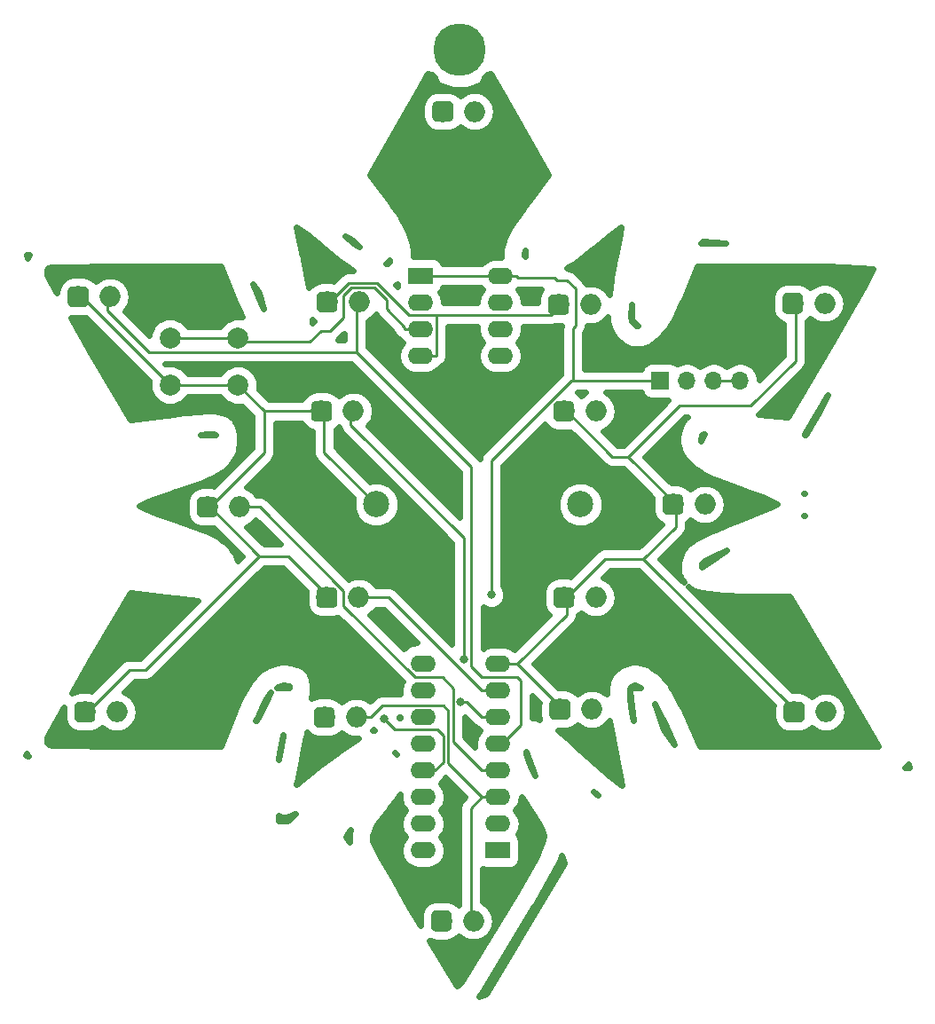
<source format=gbr>
G04 #@! TF.GenerationSoftware,KiCad,Pcbnew,(5.0.0)*
G04 #@! TF.CreationDate,2019-09-07T09:52:17-04:00*
G04 #@! TF.ProjectId,Snowflake,536E6F77666C616B652E6B696361645F,rev?*
G04 #@! TF.SameCoordinates,Original*
G04 #@! TF.FileFunction,Copper,L2,Bot,Signal*
G04 #@! TF.FilePolarity,Positive*
%FSLAX46Y46*%
G04 Gerber Fmt 4.6, Leading zero omitted, Abs format (unit mm)*
G04 Created by KiCad (PCBNEW (5.0.0)) date 09/07/19 09:52:17*
%MOMM*%
%LPD*%
G01*
G04 APERTURE LIST*
G04 #@! TA.AperFunction,ComponentPad*
%ADD10C,5.000000*%
G04 #@! TD*
G04 #@! TA.AperFunction,ComponentPad*
%ADD11C,2.000000*%
G04 #@! TD*
G04 #@! TA.AperFunction,ComponentPad*
%ADD12O,2.000000X2.000000*%
G04 #@! TD*
G04 #@! TA.AperFunction,Conductor*
%ADD13C,0.100000*%
G04 #@! TD*
G04 #@! TA.AperFunction,ComponentPad*
%ADD14R,2.400000X1.600000*%
G04 #@! TD*
G04 #@! TA.AperFunction,ComponentPad*
%ADD15O,2.400000X1.600000*%
G04 #@! TD*
G04 #@! TA.AperFunction,ComponentPad*
%ADD16C,2.500000*%
G04 #@! TD*
G04 #@! TA.AperFunction,ComponentPad*
%ADD17R,1.700000X1.700000*%
G04 #@! TD*
G04 #@! TA.AperFunction,ComponentPad*
%ADD18O,1.700000X1.700000*%
G04 #@! TD*
G04 #@! TA.AperFunction,ViaPad*
%ADD19C,0.800000*%
G04 #@! TD*
G04 #@! TA.AperFunction,Conductor*
%ADD20C,0.250000*%
G04 #@! TD*
G04 #@! TA.AperFunction,NonConductor*
%ADD21C,0.600000*%
G04 #@! TD*
G04 APERTURE END LIST*
D10*
G04 #@! TO.P,g1,1*
G04 #@! TO.N,N/C*
X126950000Y-54450000D03*
G04 #@! TD*
D11*
G04 #@! TO.P,Button1,2*
G04 #@! TO.N,GND*
X99314000Y-86415000D03*
G04 #@! TO.P,Button1,1*
G04 #@! TO.N,BTN*
X99314000Y-81915000D03*
G04 #@! TO.P,Button1,2*
G04 #@! TO.N,GND*
X105814000Y-86415000D03*
G04 #@! TO.P,Button1,1*
G04 #@! TO.N,BTN*
X105814000Y-81915000D03*
G04 #@! TD*
D12*
G04 #@! TO.P,D1,2*
G04 #@! TO.N,Net-(D1-Pad2)*
X128400000Y-60300000D03*
D13*
G04 #@! TD*
G04 #@! TO.N,GND*
G04 #@! TO.C,D1*
G36*
X125909009Y-59302408D02*
X125957545Y-59309607D01*
X126005142Y-59321530D01*
X126051342Y-59338060D01*
X126095698Y-59359039D01*
X126137785Y-59384265D01*
X126177197Y-59413495D01*
X126213553Y-59446447D01*
X126246505Y-59482803D01*
X126275735Y-59522215D01*
X126300961Y-59564302D01*
X126321940Y-59608658D01*
X126338470Y-59654858D01*
X126350393Y-59702455D01*
X126357592Y-59750991D01*
X126360000Y-59800000D01*
X126360000Y-60800000D01*
X126357592Y-60849009D01*
X126350393Y-60897545D01*
X126338470Y-60945142D01*
X126321940Y-60991342D01*
X126300961Y-61035698D01*
X126275735Y-61077785D01*
X126246505Y-61117197D01*
X126213553Y-61153553D01*
X126177197Y-61186505D01*
X126137785Y-61215735D01*
X126095698Y-61240961D01*
X126051342Y-61261940D01*
X126005142Y-61278470D01*
X125957545Y-61290393D01*
X125909009Y-61297592D01*
X125860000Y-61300000D01*
X124860000Y-61300000D01*
X124810991Y-61297592D01*
X124762455Y-61290393D01*
X124714858Y-61278470D01*
X124668658Y-61261940D01*
X124624302Y-61240961D01*
X124582215Y-61215735D01*
X124542803Y-61186505D01*
X124506447Y-61153553D01*
X124473495Y-61117197D01*
X124444265Y-61077785D01*
X124419039Y-61035698D01*
X124398060Y-60991342D01*
X124381530Y-60945142D01*
X124369607Y-60897545D01*
X124362408Y-60849009D01*
X124360000Y-60800000D01*
X124360000Y-59800000D01*
X124362408Y-59750991D01*
X124369607Y-59702455D01*
X124381530Y-59654858D01*
X124398060Y-59608658D01*
X124419039Y-59564302D01*
X124444265Y-59522215D01*
X124473495Y-59482803D01*
X124506447Y-59446447D01*
X124542803Y-59413495D01*
X124582215Y-59384265D01*
X124624302Y-59359039D01*
X124668658Y-59338060D01*
X124714858Y-59321530D01*
X124762455Y-59309607D01*
X124810991Y-59302408D01*
X124860000Y-59300000D01*
X125860000Y-59300000D01*
X125909009Y-59302408D01*
X125909009Y-59302408D01*
G37*
D11*
G04 #@! TO.P,D1,1*
G04 #@! TO.N,GND*
X125360000Y-60300000D03*
G04 #@! TD*
D12*
G04 #@! TO.P,D2,2*
G04 #@! TO.N,Net-(D1-Pad2)*
X139442000Y-78740000D03*
D13*
G04 #@! TD*
G04 #@! TO.N,GND*
G04 #@! TO.C,D2*
G36*
X136951009Y-77742408D02*
X136999545Y-77749607D01*
X137047142Y-77761530D01*
X137093342Y-77778060D01*
X137137698Y-77799039D01*
X137179785Y-77824265D01*
X137219197Y-77853495D01*
X137255553Y-77886447D01*
X137288505Y-77922803D01*
X137317735Y-77962215D01*
X137342961Y-78004302D01*
X137363940Y-78048658D01*
X137380470Y-78094858D01*
X137392393Y-78142455D01*
X137399592Y-78190991D01*
X137402000Y-78240000D01*
X137402000Y-79240000D01*
X137399592Y-79289009D01*
X137392393Y-79337545D01*
X137380470Y-79385142D01*
X137363940Y-79431342D01*
X137342961Y-79475698D01*
X137317735Y-79517785D01*
X137288505Y-79557197D01*
X137255553Y-79593553D01*
X137219197Y-79626505D01*
X137179785Y-79655735D01*
X137137698Y-79680961D01*
X137093342Y-79701940D01*
X137047142Y-79718470D01*
X136999545Y-79730393D01*
X136951009Y-79737592D01*
X136902000Y-79740000D01*
X135902000Y-79740000D01*
X135852991Y-79737592D01*
X135804455Y-79730393D01*
X135756858Y-79718470D01*
X135710658Y-79701940D01*
X135666302Y-79680961D01*
X135624215Y-79655735D01*
X135584803Y-79626505D01*
X135548447Y-79593553D01*
X135515495Y-79557197D01*
X135486265Y-79517785D01*
X135461039Y-79475698D01*
X135440060Y-79431342D01*
X135423530Y-79385142D01*
X135411607Y-79337545D01*
X135404408Y-79289009D01*
X135402000Y-79240000D01*
X135402000Y-78240000D01*
X135404408Y-78190991D01*
X135411607Y-78142455D01*
X135423530Y-78094858D01*
X135440060Y-78048658D01*
X135461039Y-78004302D01*
X135486265Y-77962215D01*
X135515495Y-77922803D01*
X135548447Y-77886447D01*
X135584803Y-77853495D01*
X135624215Y-77824265D01*
X135666302Y-77799039D01*
X135710658Y-77778060D01*
X135756858Y-77761530D01*
X135804455Y-77749607D01*
X135852991Y-77742408D01*
X135902000Y-77740000D01*
X136902000Y-77740000D01*
X136951009Y-77742408D01*
X136951009Y-77742408D01*
G37*
D11*
G04 #@! TO.P,D2,1*
G04 #@! TO.N,GND*
X136402000Y-78740000D03*
G04 #@! TD*
D12*
G04 #@! TO.P,D3,2*
G04 #@! TO.N,Net-(D3-Pad2)*
X161794000Y-78613000D03*
D13*
G04 #@! TD*
G04 #@! TO.N,GND*
G04 #@! TO.C,D3*
G36*
X159303009Y-77615408D02*
X159351545Y-77622607D01*
X159399142Y-77634530D01*
X159445342Y-77651060D01*
X159489698Y-77672039D01*
X159531785Y-77697265D01*
X159571197Y-77726495D01*
X159607553Y-77759447D01*
X159640505Y-77795803D01*
X159669735Y-77835215D01*
X159694961Y-77877302D01*
X159715940Y-77921658D01*
X159732470Y-77967858D01*
X159744393Y-78015455D01*
X159751592Y-78063991D01*
X159754000Y-78113000D01*
X159754000Y-79113000D01*
X159751592Y-79162009D01*
X159744393Y-79210545D01*
X159732470Y-79258142D01*
X159715940Y-79304342D01*
X159694961Y-79348698D01*
X159669735Y-79390785D01*
X159640505Y-79430197D01*
X159607553Y-79466553D01*
X159571197Y-79499505D01*
X159531785Y-79528735D01*
X159489698Y-79553961D01*
X159445342Y-79574940D01*
X159399142Y-79591470D01*
X159351545Y-79603393D01*
X159303009Y-79610592D01*
X159254000Y-79613000D01*
X158254000Y-79613000D01*
X158204991Y-79610592D01*
X158156455Y-79603393D01*
X158108858Y-79591470D01*
X158062658Y-79574940D01*
X158018302Y-79553961D01*
X157976215Y-79528735D01*
X157936803Y-79499505D01*
X157900447Y-79466553D01*
X157867495Y-79430197D01*
X157838265Y-79390785D01*
X157813039Y-79348698D01*
X157792060Y-79304342D01*
X157775530Y-79258142D01*
X157763607Y-79210545D01*
X157756408Y-79162009D01*
X157754000Y-79113000D01*
X157754000Y-78113000D01*
X157756408Y-78063991D01*
X157763607Y-78015455D01*
X157775530Y-77967858D01*
X157792060Y-77921658D01*
X157813039Y-77877302D01*
X157838265Y-77835215D01*
X157867495Y-77795803D01*
X157900447Y-77759447D01*
X157936803Y-77726495D01*
X157976215Y-77697265D01*
X158018302Y-77672039D01*
X158062658Y-77651060D01*
X158108858Y-77634530D01*
X158156455Y-77622607D01*
X158204991Y-77615408D01*
X158254000Y-77613000D01*
X159254000Y-77613000D01*
X159303009Y-77615408D01*
X159303009Y-77615408D01*
G37*
D11*
G04 #@! TO.P,D3,1*
G04 #@! TO.N,GND*
X158754000Y-78613000D03*
G04 #@! TD*
D12*
G04 #@! TO.P,D4,2*
G04 #@! TO.N,Net-(D3-Pad2)*
X150364000Y-97790000D03*
D13*
G04 #@! TD*
G04 #@! TO.N,GND*
G04 #@! TO.C,D4*
G36*
X147873009Y-96792408D02*
X147921545Y-96799607D01*
X147969142Y-96811530D01*
X148015342Y-96828060D01*
X148059698Y-96849039D01*
X148101785Y-96874265D01*
X148141197Y-96903495D01*
X148177553Y-96936447D01*
X148210505Y-96972803D01*
X148239735Y-97012215D01*
X148264961Y-97054302D01*
X148285940Y-97098658D01*
X148302470Y-97144858D01*
X148314393Y-97192455D01*
X148321592Y-97240991D01*
X148324000Y-97290000D01*
X148324000Y-98290000D01*
X148321592Y-98339009D01*
X148314393Y-98387545D01*
X148302470Y-98435142D01*
X148285940Y-98481342D01*
X148264961Y-98525698D01*
X148239735Y-98567785D01*
X148210505Y-98607197D01*
X148177553Y-98643553D01*
X148141197Y-98676505D01*
X148101785Y-98705735D01*
X148059698Y-98730961D01*
X148015342Y-98751940D01*
X147969142Y-98768470D01*
X147921545Y-98780393D01*
X147873009Y-98787592D01*
X147824000Y-98790000D01*
X146824000Y-98790000D01*
X146774991Y-98787592D01*
X146726455Y-98780393D01*
X146678858Y-98768470D01*
X146632658Y-98751940D01*
X146588302Y-98730961D01*
X146546215Y-98705735D01*
X146506803Y-98676505D01*
X146470447Y-98643553D01*
X146437495Y-98607197D01*
X146408265Y-98567785D01*
X146383039Y-98525698D01*
X146362060Y-98481342D01*
X146345530Y-98435142D01*
X146333607Y-98387545D01*
X146326408Y-98339009D01*
X146324000Y-98290000D01*
X146324000Y-97290000D01*
X146326408Y-97240991D01*
X146333607Y-97192455D01*
X146345530Y-97144858D01*
X146362060Y-97098658D01*
X146383039Y-97054302D01*
X146408265Y-97012215D01*
X146437495Y-96972803D01*
X146470447Y-96936447D01*
X146506803Y-96903495D01*
X146546215Y-96874265D01*
X146588302Y-96849039D01*
X146632658Y-96828060D01*
X146678858Y-96811530D01*
X146726455Y-96799607D01*
X146774991Y-96792408D01*
X146824000Y-96790000D01*
X147824000Y-96790000D01*
X147873009Y-96792408D01*
X147873009Y-96792408D01*
G37*
D11*
G04 #@! TO.P,D4,1*
G04 #@! TO.N,GND*
X147324000Y-97790000D03*
G04 #@! TD*
D12*
G04 #@! TO.P,D5,2*
G04 #@! TO.N,Net-(D5-Pad2)*
X161921000Y-117602000D03*
D13*
G04 #@! TD*
G04 #@! TO.N,GND*
G04 #@! TO.C,D5*
G36*
X159430009Y-116604408D02*
X159478545Y-116611607D01*
X159526142Y-116623530D01*
X159572342Y-116640060D01*
X159616698Y-116661039D01*
X159658785Y-116686265D01*
X159698197Y-116715495D01*
X159734553Y-116748447D01*
X159767505Y-116784803D01*
X159796735Y-116824215D01*
X159821961Y-116866302D01*
X159842940Y-116910658D01*
X159859470Y-116956858D01*
X159871393Y-117004455D01*
X159878592Y-117052991D01*
X159881000Y-117102000D01*
X159881000Y-118102000D01*
X159878592Y-118151009D01*
X159871393Y-118199545D01*
X159859470Y-118247142D01*
X159842940Y-118293342D01*
X159821961Y-118337698D01*
X159796735Y-118379785D01*
X159767505Y-118419197D01*
X159734553Y-118455553D01*
X159698197Y-118488505D01*
X159658785Y-118517735D01*
X159616698Y-118542961D01*
X159572342Y-118563940D01*
X159526142Y-118580470D01*
X159478545Y-118592393D01*
X159430009Y-118599592D01*
X159381000Y-118602000D01*
X158381000Y-118602000D01*
X158331991Y-118599592D01*
X158283455Y-118592393D01*
X158235858Y-118580470D01*
X158189658Y-118563940D01*
X158145302Y-118542961D01*
X158103215Y-118517735D01*
X158063803Y-118488505D01*
X158027447Y-118455553D01*
X157994495Y-118419197D01*
X157965265Y-118379785D01*
X157940039Y-118337698D01*
X157919060Y-118293342D01*
X157902530Y-118247142D01*
X157890607Y-118199545D01*
X157883408Y-118151009D01*
X157881000Y-118102000D01*
X157881000Y-117102000D01*
X157883408Y-117052991D01*
X157890607Y-117004455D01*
X157902530Y-116956858D01*
X157919060Y-116910658D01*
X157940039Y-116866302D01*
X157965265Y-116824215D01*
X157994495Y-116784803D01*
X158027447Y-116748447D01*
X158063803Y-116715495D01*
X158103215Y-116686265D01*
X158145302Y-116661039D01*
X158189658Y-116640060D01*
X158235858Y-116623530D01*
X158283455Y-116611607D01*
X158331991Y-116604408D01*
X158381000Y-116602000D01*
X159381000Y-116602000D01*
X159430009Y-116604408D01*
X159430009Y-116604408D01*
G37*
D11*
G04 #@! TO.P,D5,1*
G04 #@! TO.N,GND*
X158881000Y-117602000D03*
G04 #@! TD*
D12*
G04 #@! TO.P,D6,2*
G04 #@! TO.N,Net-(D5-Pad2)*
X139569000Y-117348000D03*
D13*
G04 #@! TD*
G04 #@! TO.N,GND*
G04 #@! TO.C,D6*
G36*
X137078009Y-116350408D02*
X137126545Y-116357607D01*
X137174142Y-116369530D01*
X137220342Y-116386060D01*
X137264698Y-116407039D01*
X137306785Y-116432265D01*
X137346197Y-116461495D01*
X137382553Y-116494447D01*
X137415505Y-116530803D01*
X137444735Y-116570215D01*
X137469961Y-116612302D01*
X137490940Y-116656658D01*
X137507470Y-116702858D01*
X137519393Y-116750455D01*
X137526592Y-116798991D01*
X137529000Y-116848000D01*
X137529000Y-117848000D01*
X137526592Y-117897009D01*
X137519393Y-117945545D01*
X137507470Y-117993142D01*
X137490940Y-118039342D01*
X137469961Y-118083698D01*
X137444735Y-118125785D01*
X137415505Y-118165197D01*
X137382553Y-118201553D01*
X137346197Y-118234505D01*
X137306785Y-118263735D01*
X137264698Y-118288961D01*
X137220342Y-118309940D01*
X137174142Y-118326470D01*
X137126545Y-118338393D01*
X137078009Y-118345592D01*
X137029000Y-118348000D01*
X136029000Y-118348000D01*
X135979991Y-118345592D01*
X135931455Y-118338393D01*
X135883858Y-118326470D01*
X135837658Y-118309940D01*
X135793302Y-118288961D01*
X135751215Y-118263735D01*
X135711803Y-118234505D01*
X135675447Y-118201553D01*
X135642495Y-118165197D01*
X135613265Y-118125785D01*
X135588039Y-118083698D01*
X135567060Y-118039342D01*
X135550530Y-117993142D01*
X135538607Y-117945545D01*
X135531408Y-117897009D01*
X135529000Y-117848000D01*
X135529000Y-116848000D01*
X135531408Y-116798991D01*
X135538607Y-116750455D01*
X135550530Y-116702858D01*
X135567060Y-116656658D01*
X135588039Y-116612302D01*
X135613265Y-116570215D01*
X135642495Y-116530803D01*
X135675447Y-116494447D01*
X135711803Y-116461495D01*
X135751215Y-116432265D01*
X135793302Y-116407039D01*
X135837658Y-116386060D01*
X135883858Y-116369530D01*
X135931455Y-116357607D01*
X135979991Y-116350408D01*
X136029000Y-116348000D01*
X137029000Y-116348000D01*
X137078009Y-116350408D01*
X137078009Y-116350408D01*
G37*
D11*
G04 #@! TO.P,D6,1*
G04 #@! TO.N,GND*
X136529000Y-117348000D03*
G04 #@! TD*
D12*
G04 #@! TO.P,D7,2*
G04 #@! TO.N,Net-(D7-Pad2)*
X128266000Y-137541000D03*
D13*
G04 #@! TD*
G04 #@! TO.N,GND*
G04 #@! TO.C,D7*
G36*
X125775009Y-136543408D02*
X125823545Y-136550607D01*
X125871142Y-136562530D01*
X125917342Y-136579060D01*
X125961698Y-136600039D01*
X126003785Y-136625265D01*
X126043197Y-136654495D01*
X126079553Y-136687447D01*
X126112505Y-136723803D01*
X126141735Y-136763215D01*
X126166961Y-136805302D01*
X126187940Y-136849658D01*
X126204470Y-136895858D01*
X126216393Y-136943455D01*
X126223592Y-136991991D01*
X126226000Y-137041000D01*
X126226000Y-138041000D01*
X126223592Y-138090009D01*
X126216393Y-138138545D01*
X126204470Y-138186142D01*
X126187940Y-138232342D01*
X126166961Y-138276698D01*
X126141735Y-138318785D01*
X126112505Y-138358197D01*
X126079553Y-138394553D01*
X126043197Y-138427505D01*
X126003785Y-138456735D01*
X125961698Y-138481961D01*
X125917342Y-138502940D01*
X125871142Y-138519470D01*
X125823545Y-138531393D01*
X125775009Y-138538592D01*
X125726000Y-138541000D01*
X124726000Y-138541000D01*
X124676991Y-138538592D01*
X124628455Y-138531393D01*
X124580858Y-138519470D01*
X124534658Y-138502940D01*
X124490302Y-138481961D01*
X124448215Y-138456735D01*
X124408803Y-138427505D01*
X124372447Y-138394553D01*
X124339495Y-138358197D01*
X124310265Y-138318785D01*
X124285039Y-138276698D01*
X124264060Y-138232342D01*
X124247530Y-138186142D01*
X124235607Y-138138545D01*
X124228408Y-138090009D01*
X124226000Y-138041000D01*
X124226000Y-137041000D01*
X124228408Y-136991991D01*
X124235607Y-136943455D01*
X124247530Y-136895858D01*
X124264060Y-136849658D01*
X124285039Y-136805302D01*
X124310265Y-136763215D01*
X124339495Y-136723803D01*
X124372447Y-136687447D01*
X124408803Y-136654495D01*
X124448215Y-136625265D01*
X124490302Y-136600039D01*
X124534658Y-136579060D01*
X124580858Y-136562530D01*
X124628455Y-136550607D01*
X124676991Y-136543408D01*
X124726000Y-136541000D01*
X125726000Y-136541000D01*
X125775009Y-136543408D01*
X125775009Y-136543408D01*
G37*
D11*
G04 #@! TO.P,D7,1*
G04 #@! TO.N,GND*
X125226000Y-137541000D03*
G04 #@! TD*
D12*
G04 #@! TO.P,D8,2*
G04 #@! TO.N,Net-(D7-Pad2)*
X117090000Y-118110000D03*
D13*
G04 #@! TD*
G04 #@! TO.N,GND*
G04 #@! TO.C,D8*
G36*
X114599009Y-117112408D02*
X114647545Y-117119607D01*
X114695142Y-117131530D01*
X114741342Y-117148060D01*
X114785698Y-117169039D01*
X114827785Y-117194265D01*
X114867197Y-117223495D01*
X114903553Y-117256447D01*
X114936505Y-117292803D01*
X114965735Y-117332215D01*
X114990961Y-117374302D01*
X115011940Y-117418658D01*
X115028470Y-117464858D01*
X115040393Y-117512455D01*
X115047592Y-117560991D01*
X115050000Y-117610000D01*
X115050000Y-118610000D01*
X115047592Y-118659009D01*
X115040393Y-118707545D01*
X115028470Y-118755142D01*
X115011940Y-118801342D01*
X114990961Y-118845698D01*
X114965735Y-118887785D01*
X114936505Y-118927197D01*
X114903553Y-118963553D01*
X114867197Y-118996505D01*
X114827785Y-119025735D01*
X114785698Y-119050961D01*
X114741342Y-119071940D01*
X114695142Y-119088470D01*
X114647545Y-119100393D01*
X114599009Y-119107592D01*
X114550000Y-119110000D01*
X113550000Y-119110000D01*
X113500991Y-119107592D01*
X113452455Y-119100393D01*
X113404858Y-119088470D01*
X113358658Y-119071940D01*
X113314302Y-119050961D01*
X113272215Y-119025735D01*
X113232803Y-118996505D01*
X113196447Y-118963553D01*
X113163495Y-118927197D01*
X113134265Y-118887785D01*
X113109039Y-118845698D01*
X113088060Y-118801342D01*
X113071530Y-118755142D01*
X113059607Y-118707545D01*
X113052408Y-118659009D01*
X113050000Y-118610000D01*
X113050000Y-117610000D01*
X113052408Y-117560991D01*
X113059607Y-117512455D01*
X113071530Y-117464858D01*
X113088060Y-117418658D01*
X113109039Y-117374302D01*
X113134265Y-117332215D01*
X113163495Y-117292803D01*
X113196447Y-117256447D01*
X113232803Y-117223495D01*
X113272215Y-117194265D01*
X113314302Y-117169039D01*
X113358658Y-117148060D01*
X113404858Y-117131530D01*
X113452455Y-117119607D01*
X113500991Y-117112408D01*
X113550000Y-117110000D01*
X114550000Y-117110000D01*
X114599009Y-117112408D01*
X114599009Y-117112408D01*
G37*
D11*
G04 #@! TO.P,D8,1*
G04 #@! TO.N,GND*
X114050000Y-118110000D03*
G04 #@! TD*
D12*
G04 #@! TO.P,D9,2*
G04 #@! TO.N,Net-(D10-Pad2)*
X94230000Y-117602000D03*
D13*
G04 #@! TD*
G04 #@! TO.N,GND*
G04 #@! TO.C,D9*
G36*
X91739009Y-116604408D02*
X91787545Y-116611607D01*
X91835142Y-116623530D01*
X91881342Y-116640060D01*
X91925698Y-116661039D01*
X91967785Y-116686265D01*
X92007197Y-116715495D01*
X92043553Y-116748447D01*
X92076505Y-116784803D01*
X92105735Y-116824215D01*
X92130961Y-116866302D01*
X92151940Y-116910658D01*
X92168470Y-116956858D01*
X92180393Y-117004455D01*
X92187592Y-117052991D01*
X92190000Y-117102000D01*
X92190000Y-118102000D01*
X92187592Y-118151009D01*
X92180393Y-118199545D01*
X92168470Y-118247142D01*
X92151940Y-118293342D01*
X92130961Y-118337698D01*
X92105735Y-118379785D01*
X92076505Y-118419197D01*
X92043553Y-118455553D01*
X92007197Y-118488505D01*
X91967785Y-118517735D01*
X91925698Y-118542961D01*
X91881342Y-118563940D01*
X91835142Y-118580470D01*
X91787545Y-118592393D01*
X91739009Y-118599592D01*
X91690000Y-118602000D01*
X90690000Y-118602000D01*
X90640991Y-118599592D01*
X90592455Y-118592393D01*
X90544858Y-118580470D01*
X90498658Y-118563940D01*
X90454302Y-118542961D01*
X90412215Y-118517735D01*
X90372803Y-118488505D01*
X90336447Y-118455553D01*
X90303495Y-118419197D01*
X90274265Y-118379785D01*
X90249039Y-118337698D01*
X90228060Y-118293342D01*
X90211530Y-118247142D01*
X90199607Y-118199545D01*
X90192408Y-118151009D01*
X90190000Y-118102000D01*
X90190000Y-117102000D01*
X90192408Y-117052991D01*
X90199607Y-117004455D01*
X90211530Y-116956858D01*
X90228060Y-116910658D01*
X90249039Y-116866302D01*
X90274265Y-116824215D01*
X90303495Y-116784803D01*
X90336447Y-116748447D01*
X90372803Y-116715495D01*
X90412215Y-116686265D01*
X90454302Y-116661039D01*
X90498658Y-116640060D01*
X90544858Y-116623530D01*
X90592455Y-116611607D01*
X90640991Y-116604408D01*
X90690000Y-116602000D01*
X91690000Y-116602000D01*
X91739009Y-116604408D01*
X91739009Y-116604408D01*
G37*
D11*
G04 #@! TO.P,D9,1*
G04 #@! TO.N,GND*
X91190000Y-117602000D03*
G04 #@! TD*
D12*
G04 #@! TO.P,D10,2*
G04 #@! TO.N,Net-(D10-Pad2)*
X105914000Y-98044000D03*
D13*
G04 #@! TD*
G04 #@! TO.N,GND*
G04 #@! TO.C,D10*
G36*
X103423009Y-97046408D02*
X103471545Y-97053607D01*
X103519142Y-97065530D01*
X103565342Y-97082060D01*
X103609698Y-97103039D01*
X103651785Y-97128265D01*
X103691197Y-97157495D01*
X103727553Y-97190447D01*
X103760505Y-97226803D01*
X103789735Y-97266215D01*
X103814961Y-97308302D01*
X103835940Y-97352658D01*
X103852470Y-97398858D01*
X103864393Y-97446455D01*
X103871592Y-97494991D01*
X103874000Y-97544000D01*
X103874000Y-98544000D01*
X103871592Y-98593009D01*
X103864393Y-98641545D01*
X103852470Y-98689142D01*
X103835940Y-98735342D01*
X103814961Y-98779698D01*
X103789735Y-98821785D01*
X103760505Y-98861197D01*
X103727553Y-98897553D01*
X103691197Y-98930505D01*
X103651785Y-98959735D01*
X103609698Y-98984961D01*
X103565342Y-99005940D01*
X103519142Y-99022470D01*
X103471545Y-99034393D01*
X103423009Y-99041592D01*
X103374000Y-99044000D01*
X102374000Y-99044000D01*
X102324991Y-99041592D01*
X102276455Y-99034393D01*
X102228858Y-99022470D01*
X102182658Y-99005940D01*
X102138302Y-98984961D01*
X102096215Y-98959735D01*
X102056803Y-98930505D01*
X102020447Y-98897553D01*
X101987495Y-98861197D01*
X101958265Y-98821785D01*
X101933039Y-98779698D01*
X101912060Y-98735342D01*
X101895530Y-98689142D01*
X101883607Y-98641545D01*
X101876408Y-98593009D01*
X101874000Y-98544000D01*
X101874000Y-97544000D01*
X101876408Y-97494991D01*
X101883607Y-97446455D01*
X101895530Y-97398858D01*
X101912060Y-97352658D01*
X101933039Y-97308302D01*
X101958265Y-97266215D01*
X101987495Y-97226803D01*
X102020447Y-97190447D01*
X102056803Y-97157495D01*
X102096215Y-97128265D01*
X102138302Y-97103039D01*
X102182658Y-97082060D01*
X102228858Y-97065530D01*
X102276455Y-97053607D01*
X102324991Y-97046408D01*
X102374000Y-97044000D01*
X103374000Y-97044000D01*
X103423009Y-97046408D01*
X103423009Y-97046408D01*
G37*
D11*
G04 #@! TO.P,D10,1*
G04 #@! TO.N,GND*
X102874000Y-98044000D03*
G04 #@! TD*
D12*
G04 #@! TO.P,D11,2*
G04 #@! TO.N,Net-(D11-Pad2)*
X93595000Y-77978000D03*
D13*
G04 #@! TD*
G04 #@! TO.N,GND*
G04 #@! TO.C,D11*
G36*
X91104009Y-76980408D02*
X91152545Y-76987607D01*
X91200142Y-76999530D01*
X91246342Y-77016060D01*
X91290698Y-77037039D01*
X91332785Y-77062265D01*
X91372197Y-77091495D01*
X91408553Y-77124447D01*
X91441505Y-77160803D01*
X91470735Y-77200215D01*
X91495961Y-77242302D01*
X91516940Y-77286658D01*
X91533470Y-77332858D01*
X91545393Y-77380455D01*
X91552592Y-77428991D01*
X91555000Y-77478000D01*
X91555000Y-78478000D01*
X91552592Y-78527009D01*
X91545393Y-78575545D01*
X91533470Y-78623142D01*
X91516940Y-78669342D01*
X91495961Y-78713698D01*
X91470735Y-78755785D01*
X91441505Y-78795197D01*
X91408553Y-78831553D01*
X91372197Y-78864505D01*
X91332785Y-78893735D01*
X91290698Y-78918961D01*
X91246342Y-78939940D01*
X91200142Y-78956470D01*
X91152545Y-78968393D01*
X91104009Y-78975592D01*
X91055000Y-78978000D01*
X90055000Y-78978000D01*
X90005991Y-78975592D01*
X89957455Y-78968393D01*
X89909858Y-78956470D01*
X89863658Y-78939940D01*
X89819302Y-78918961D01*
X89777215Y-78893735D01*
X89737803Y-78864505D01*
X89701447Y-78831553D01*
X89668495Y-78795197D01*
X89639265Y-78755785D01*
X89614039Y-78713698D01*
X89593060Y-78669342D01*
X89576530Y-78623142D01*
X89564607Y-78575545D01*
X89557408Y-78527009D01*
X89555000Y-78478000D01*
X89555000Y-77478000D01*
X89557408Y-77428991D01*
X89564607Y-77380455D01*
X89576530Y-77332858D01*
X89593060Y-77286658D01*
X89614039Y-77242302D01*
X89639265Y-77200215D01*
X89668495Y-77160803D01*
X89701447Y-77124447D01*
X89737803Y-77091495D01*
X89777215Y-77062265D01*
X89819302Y-77037039D01*
X89863658Y-77016060D01*
X89909858Y-76999530D01*
X89957455Y-76987607D01*
X90005991Y-76980408D01*
X90055000Y-76978000D01*
X91055000Y-76978000D01*
X91104009Y-76980408D01*
X91104009Y-76980408D01*
G37*
D11*
G04 #@! TO.P,D11,1*
G04 #@! TO.N,GND*
X90555000Y-77978000D03*
G04 #@! TD*
D12*
G04 #@! TO.P,D12,2*
G04 #@! TO.N,Net-(D11-Pad2)*
X117344000Y-78486000D03*
D13*
G04 #@! TD*
G04 #@! TO.N,GND*
G04 #@! TO.C,D12*
G36*
X114853009Y-77488408D02*
X114901545Y-77495607D01*
X114949142Y-77507530D01*
X114995342Y-77524060D01*
X115039698Y-77545039D01*
X115081785Y-77570265D01*
X115121197Y-77599495D01*
X115157553Y-77632447D01*
X115190505Y-77668803D01*
X115219735Y-77708215D01*
X115244961Y-77750302D01*
X115265940Y-77794658D01*
X115282470Y-77840858D01*
X115294393Y-77888455D01*
X115301592Y-77936991D01*
X115304000Y-77986000D01*
X115304000Y-78986000D01*
X115301592Y-79035009D01*
X115294393Y-79083545D01*
X115282470Y-79131142D01*
X115265940Y-79177342D01*
X115244961Y-79221698D01*
X115219735Y-79263785D01*
X115190505Y-79303197D01*
X115157553Y-79339553D01*
X115121197Y-79372505D01*
X115081785Y-79401735D01*
X115039698Y-79426961D01*
X114995342Y-79447940D01*
X114949142Y-79464470D01*
X114901545Y-79476393D01*
X114853009Y-79483592D01*
X114804000Y-79486000D01*
X113804000Y-79486000D01*
X113754991Y-79483592D01*
X113706455Y-79476393D01*
X113658858Y-79464470D01*
X113612658Y-79447940D01*
X113568302Y-79426961D01*
X113526215Y-79401735D01*
X113486803Y-79372505D01*
X113450447Y-79339553D01*
X113417495Y-79303197D01*
X113388265Y-79263785D01*
X113363039Y-79221698D01*
X113342060Y-79177342D01*
X113325530Y-79131142D01*
X113313607Y-79083545D01*
X113306408Y-79035009D01*
X113304000Y-78986000D01*
X113304000Y-77986000D01*
X113306408Y-77936991D01*
X113313607Y-77888455D01*
X113325530Y-77840858D01*
X113342060Y-77794658D01*
X113363039Y-77750302D01*
X113388265Y-77708215D01*
X113417495Y-77668803D01*
X113450447Y-77632447D01*
X113486803Y-77599495D01*
X113526215Y-77570265D01*
X113568302Y-77545039D01*
X113612658Y-77524060D01*
X113658858Y-77507530D01*
X113706455Y-77495607D01*
X113754991Y-77488408D01*
X113804000Y-77486000D01*
X114804000Y-77486000D01*
X114853009Y-77488408D01*
X114853009Y-77488408D01*
G37*
D11*
G04 #@! TO.P,D12,1*
G04 #@! TO.N,GND*
X114304000Y-78486000D03*
G04 #@! TD*
D12*
G04 #@! TO.P,D13,2*
G04 #@! TO.N,Net-(D13-Pad2)*
X116817000Y-88900000D03*
D13*
G04 #@! TD*
G04 #@! TO.N,GND*
G04 #@! TO.C,D13*
G36*
X114326009Y-87902408D02*
X114374545Y-87909607D01*
X114422142Y-87921530D01*
X114468342Y-87938060D01*
X114512698Y-87959039D01*
X114554785Y-87984265D01*
X114594197Y-88013495D01*
X114630553Y-88046447D01*
X114663505Y-88082803D01*
X114692735Y-88122215D01*
X114717961Y-88164302D01*
X114738940Y-88208658D01*
X114755470Y-88254858D01*
X114767393Y-88302455D01*
X114774592Y-88350991D01*
X114777000Y-88400000D01*
X114777000Y-89400000D01*
X114774592Y-89449009D01*
X114767393Y-89497545D01*
X114755470Y-89545142D01*
X114738940Y-89591342D01*
X114717961Y-89635698D01*
X114692735Y-89677785D01*
X114663505Y-89717197D01*
X114630553Y-89753553D01*
X114594197Y-89786505D01*
X114554785Y-89815735D01*
X114512698Y-89840961D01*
X114468342Y-89861940D01*
X114422142Y-89878470D01*
X114374545Y-89890393D01*
X114326009Y-89897592D01*
X114277000Y-89900000D01*
X113277000Y-89900000D01*
X113227991Y-89897592D01*
X113179455Y-89890393D01*
X113131858Y-89878470D01*
X113085658Y-89861940D01*
X113041302Y-89840961D01*
X112999215Y-89815735D01*
X112959803Y-89786505D01*
X112923447Y-89753553D01*
X112890495Y-89717197D01*
X112861265Y-89677785D01*
X112836039Y-89635698D01*
X112815060Y-89591342D01*
X112798530Y-89545142D01*
X112786607Y-89497545D01*
X112779408Y-89449009D01*
X112777000Y-89400000D01*
X112777000Y-88400000D01*
X112779408Y-88350991D01*
X112786607Y-88302455D01*
X112798530Y-88254858D01*
X112815060Y-88208658D01*
X112836039Y-88164302D01*
X112861265Y-88122215D01*
X112890495Y-88082803D01*
X112923447Y-88046447D01*
X112959803Y-88013495D01*
X112999215Y-87984265D01*
X113041302Y-87959039D01*
X113085658Y-87938060D01*
X113131858Y-87921530D01*
X113179455Y-87909607D01*
X113227991Y-87902408D01*
X113277000Y-87900000D01*
X114277000Y-87900000D01*
X114326009Y-87902408D01*
X114326009Y-87902408D01*
G37*
D11*
G04 #@! TO.P,D13,1*
G04 #@! TO.N,GND*
X113777000Y-88900000D03*
G04 #@! TD*
D12*
G04 #@! TO.P,D14,2*
G04 #@! TO.N,Net-(D13-Pad2)*
X139950000Y-106680000D03*
D13*
G04 #@! TD*
G04 #@! TO.N,GND*
G04 #@! TO.C,D14*
G36*
X137459009Y-105682408D02*
X137507545Y-105689607D01*
X137555142Y-105701530D01*
X137601342Y-105718060D01*
X137645698Y-105739039D01*
X137687785Y-105764265D01*
X137727197Y-105793495D01*
X137763553Y-105826447D01*
X137796505Y-105862803D01*
X137825735Y-105902215D01*
X137850961Y-105944302D01*
X137871940Y-105988658D01*
X137888470Y-106034858D01*
X137900393Y-106082455D01*
X137907592Y-106130991D01*
X137910000Y-106180000D01*
X137910000Y-107180000D01*
X137907592Y-107229009D01*
X137900393Y-107277545D01*
X137888470Y-107325142D01*
X137871940Y-107371342D01*
X137850961Y-107415698D01*
X137825735Y-107457785D01*
X137796505Y-107497197D01*
X137763553Y-107533553D01*
X137727197Y-107566505D01*
X137687785Y-107595735D01*
X137645698Y-107620961D01*
X137601342Y-107641940D01*
X137555142Y-107658470D01*
X137507545Y-107670393D01*
X137459009Y-107677592D01*
X137410000Y-107680000D01*
X136410000Y-107680000D01*
X136360991Y-107677592D01*
X136312455Y-107670393D01*
X136264858Y-107658470D01*
X136218658Y-107641940D01*
X136174302Y-107620961D01*
X136132215Y-107595735D01*
X136092803Y-107566505D01*
X136056447Y-107533553D01*
X136023495Y-107497197D01*
X135994265Y-107457785D01*
X135969039Y-107415698D01*
X135948060Y-107371342D01*
X135931530Y-107325142D01*
X135919607Y-107277545D01*
X135912408Y-107229009D01*
X135910000Y-107180000D01*
X135910000Y-106180000D01*
X135912408Y-106130991D01*
X135919607Y-106082455D01*
X135931530Y-106034858D01*
X135948060Y-105988658D01*
X135969039Y-105944302D01*
X135994265Y-105902215D01*
X136023495Y-105862803D01*
X136056447Y-105826447D01*
X136092803Y-105793495D01*
X136132215Y-105764265D01*
X136174302Y-105739039D01*
X136218658Y-105718060D01*
X136264858Y-105701530D01*
X136312455Y-105689607D01*
X136360991Y-105682408D01*
X136410000Y-105680000D01*
X137410000Y-105680000D01*
X137459009Y-105682408D01*
X137459009Y-105682408D01*
G37*
D11*
G04 #@! TO.P,D14,1*
G04 #@! TO.N,GND*
X136910000Y-106680000D03*
G04 #@! TD*
D12*
G04 #@! TO.P,D15,2*
G04 #@! TO.N,Net-(D15-Pad2)*
X139950000Y-88900000D03*
D13*
G04 #@! TD*
G04 #@! TO.N,GND*
G04 #@! TO.C,D15*
G36*
X137459009Y-87902408D02*
X137507545Y-87909607D01*
X137555142Y-87921530D01*
X137601342Y-87938060D01*
X137645698Y-87959039D01*
X137687785Y-87984265D01*
X137727197Y-88013495D01*
X137763553Y-88046447D01*
X137796505Y-88082803D01*
X137825735Y-88122215D01*
X137850961Y-88164302D01*
X137871940Y-88208658D01*
X137888470Y-88254858D01*
X137900393Y-88302455D01*
X137907592Y-88350991D01*
X137910000Y-88400000D01*
X137910000Y-89400000D01*
X137907592Y-89449009D01*
X137900393Y-89497545D01*
X137888470Y-89545142D01*
X137871940Y-89591342D01*
X137850961Y-89635698D01*
X137825735Y-89677785D01*
X137796505Y-89717197D01*
X137763553Y-89753553D01*
X137727197Y-89786505D01*
X137687785Y-89815735D01*
X137645698Y-89840961D01*
X137601342Y-89861940D01*
X137555142Y-89878470D01*
X137507545Y-89890393D01*
X137459009Y-89897592D01*
X137410000Y-89900000D01*
X136410000Y-89900000D01*
X136360991Y-89897592D01*
X136312455Y-89890393D01*
X136264858Y-89878470D01*
X136218658Y-89861940D01*
X136174302Y-89840961D01*
X136132215Y-89815735D01*
X136092803Y-89786505D01*
X136056447Y-89753553D01*
X136023495Y-89717197D01*
X135994265Y-89677785D01*
X135969039Y-89635698D01*
X135948060Y-89591342D01*
X135931530Y-89545142D01*
X135919607Y-89497545D01*
X135912408Y-89449009D01*
X135910000Y-89400000D01*
X135910000Y-88400000D01*
X135912408Y-88350991D01*
X135919607Y-88302455D01*
X135931530Y-88254858D01*
X135948060Y-88208658D01*
X135969039Y-88164302D01*
X135994265Y-88122215D01*
X136023495Y-88082803D01*
X136056447Y-88046447D01*
X136092803Y-88013495D01*
X136132215Y-87984265D01*
X136174302Y-87959039D01*
X136218658Y-87938060D01*
X136264858Y-87921530D01*
X136312455Y-87909607D01*
X136360991Y-87902408D01*
X136410000Y-87900000D01*
X137410000Y-87900000D01*
X137459009Y-87902408D01*
X137459009Y-87902408D01*
G37*
D11*
G04 #@! TO.P,D15,1*
G04 #@! TO.N,GND*
X136910000Y-88900000D03*
G04 #@! TD*
D12*
G04 #@! TO.P,D16,2*
G04 #@! TO.N,Net-(D15-Pad2)*
X117325000Y-106680000D03*
D13*
G04 #@! TD*
G04 #@! TO.N,GND*
G04 #@! TO.C,D16*
G36*
X114834009Y-105682408D02*
X114882545Y-105689607D01*
X114930142Y-105701530D01*
X114976342Y-105718060D01*
X115020698Y-105739039D01*
X115062785Y-105764265D01*
X115102197Y-105793495D01*
X115138553Y-105826447D01*
X115171505Y-105862803D01*
X115200735Y-105902215D01*
X115225961Y-105944302D01*
X115246940Y-105988658D01*
X115263470Y-106034858D01*
X115275393Y-106082455D01*
X115282592Y-106130991D01*
X115285000Y-106180000D01*
X115285000Y-107180000D01*
X115282592Y-107229009D01*
X115275393Y-107277545D01*
X115263470Y-107325142D01*
X115246940Y-107371342D01*
X115225961Y-107415698D01*
X115200735Y-107457785D01*
X115171505Y-107497197D01*
X115138553Y-107533553D01*
X115102197Y-107566505D01*
X115062785Y-107595735D01*
X115020698Y-107620961D01*
X114976342Y-107641940D01*
X114930142Y-107658470D01*
X114882545Y-107670393D01*
X114834009Y-107677592D01*
X114785000Y-107680000D01*
X113785000Y-107680000D01*
X113735991Y-107677592D01*
X113687455Y-107670393D01*
X113639858Y-107658470D01*
X113593658Y-107641940D01*
X113549302Y-107620961D01*
X113507215Y-107595735D01*
X113467803Y-107566505D01*
X113431447Y-107533553D01*
X113398495Y-107497197D01*
X113369265Y-107457785D01*
X113344039Y-107415698D01*
X113323060Y-107371342D01*
X113306530Y-107325142D01*
X113294607Y-107277545D01*
X113287408Y-107229009D01*
X113285000Y-107180000D01*
X113285000Y-106180000D01*
X113287408Y-106130991D01*
X113294607Y-106082455D01*
X113306530Y-106034858D01*
X113323060Y-105988658D01*
X113344039Y-105944302D01*
X113369265Y-105902215D01*
X113398495Y-105862803D01*
X113431447Y-105826447D01*
X113467803Y-105793495D01*
X113507215Y-105764265D01*
X113549302Y-105739039D01*
X113593658Y-105718060D01*
X113639858Y-105701530D01*
X113687455Y-105689607D01*
X113735991Y-105682408D01*
X113785000Y-105680000D01*
X114785000Y-105680000D01*
X114834009Y-105682408D01*
X114834009Y-105682408D01*
G37*
D11*
G04 #@! TO.P,D16,1*
G04 #@! TO.N,GND*
X114285000Y-106680000D03*
G04 #@! TD*
D14*
G04 #@! TO.P,Tiny85,1*
G04 #@! TO.N,VCC*
X123220000Y-75990000D03*
D15*
G04 #@! TO.P,Tiny85,5*
G04 #@! TO.N,Net-(Shift1-Pad14)*
X130840000Y-83610000D03*
G04 #@! TO.P,Tiny85,2*
G04 #@! TO.N,Net-(Shift1-Pad13)*
X123220000Y-78530000D03*
G04 #@! TO.P,Tiny85,6*
G04 #@! TO.N,Net-(Shift1-Pad11)*
X130840000Y-81070000D03*
G04 #@! TO.P,Tiny85,3*
G04 #@! TO.N,BTN*
X123220000Y-81070000D03*
G04 #@! TO.P,Tiny85,7*
G04 #@! TO.N,Net-(Shift1-Pad12)*
X130840000Y-78530000D03*
G04 #@! TO.P,Tiny85,4*
G04 #@! TO.N,GND*
X123220000Y-83610000D03*
G04 #@! TO.P,Tiny85,8*
G04 #@! TO.N,VCC*
X130840000Y-75990000D03*
G04 #@! TD*
D16*
G04 #@! TO.P,Battery1,2*
G04 #@! TO.N,Net-(Battery1-Pad2)*
X138500000Y-97800000D03*
G04 #@! TO.P,Battery1,1*
G04 #@! TO.N,GND*
X119000000Y-97800000D03*
G04 #@! TD*
D17*
G04 #@! TO.P,Power1,1*
G04 #@! TO.N,VCC*
X146100000Y-86000000D03*
D18*
G04 #@! TO.P,Power1,2*
G04 #@! TO.N,Net-(Battery1-Pad2)*
X148640000Y-86000000D03*
G04 #@! TO.P,Power1,3*
X151180000Y-86000000D03*
G04 #@! TO.P,Power1,4*
X153720000Y-86000000D03*
G04 #@! TD*
D15*
G04 #@! TO.P,Shift1,16*
G04 #@! TO.N,VCC*
X123480000Y-130810000D03*
G04 #@! TO.P,Shift1,8*
G04 #@! TO.N,GND*
X130600000Y-113030000D03*
G04 #@! TO.P,Shift1,15*
G04 #@! TO.N,Net-(D1-Pad2)*
X123480000Y-128270000D03*
G04 #@! TO.P,Shift1,7*
G04 #@! TO.N,Net-(D15-Pad2)*
X130600000Y-115570000D03*
G04 #@! TO.P,Shift1,14*
G04 #@! TO.N,Net-(Shift1-Pad14)*
X123480000Y-125730000D03*
G04 #@! TO.P,Shift1,6*
G04 #@! TO.N,Net-(D13-Pad2)*
X130600000Y-118110000D03*
G04 #@! TO.P,Shift1,13*
G04 #@! TO.N,Net-(Shift1-Pad13)*
X123480000Y-123190000D03*
G04 #@! TO.P,Shift1,5*
G04 #@! TO.N,Net-(D11-Pad2)*
X130600000Y-120650000D03*
G04 #@! TO.P,Shift1,12*
G04 #@! TO.N,Net-(Shift1-Pad12)*
X123480000Y-120650000D03*
G04 #@! TO.P,Shift1,4*
G04 #@! TO.N,Net-(D10-Pad2)*
X130600000Y-123190000D03*
G04 #@! TO.P,Shift1,11*
G04 #@! TO.N,Net-(Shift1-Pad11)*
X123480000Y-118110000D03*
G04 #@! TO.P,Shift1,3*
G04 #@! TO.N,Net-(D7-Pad2)*
X130600000Y-125730000D03*
G04 #@! TO.P,Shift1,10*
G04 #@! TO.N,VCC*
X123480000Y-115570000D03*
G04 #@! TO.P,Shift1,2*
G04 #@! TO.N,Net-(D5-Pad2)*
X130600000Y-128270000D03*
G04 #@! TO.P,Shift1,9*
G04 #@! TO.N,N/C*
X123480000Y-113030000D03*
D14*
G04 #@! TO.P,Shift1,1*
G04 #@! TO.N,Net-(D3-Pad2)*
X130600000Y-130810000D03*
G04 #@! TD*
D19*
G04 #@! TO.N,Net-(D13-Pad2)*
X127344700Y-112539300D03*
X127057400Y-116684400D03*
G04 #@! TO.N,VCC*
X129993300Y-106420400D03*
G04 #@! TO.N,Net-(Shift1-Pad13)*
X119734700Y-118281000D03*
G04 #@! TD*
D20*
G04 #@! TO.N,BTN*
X105814000Y-81915000D02*
X99314000Y-81915000D01*
X121694700Y-80879300D02*
X121694700Y-81070000D01*
X119965400Y-79150000D02*
X121694700Y-80879300D01*
X118810310Y-77110310D02*
X119965400Y-78265400D01*
X121694700Y-81070000D02*
X123220000Y-81070000D01*
X116639690Y-77110310D02*
X118810310Y-77110310D01*
X115900000Y-77850000D02*
X116639690Y-77110310D01*
X105814000Y-81915000D02*
X106195800Y-82296800D01*
X106195800Y-82296800D02*
X112665500Y-82296800D01*
X112665500Y-82296800D02*
X113712300Y-81250000D01*
X119965400Y-78265400D02*
X119965400Y-79150000D01*
X113712300Y-81250000D02*
X114600000Y-81250000D01*
X114600000Y-81250000D02*
X115900000Y-79950000D01*
X115900000Y-79950000D02*
X115900000Y-77850000D01*
G04 #@! TO.N,GND*
X143045200Y-93261100D02*
X143045100Y-93261200D01*
X143045100Y-93261200D02*
X141521200Y-93261200D01*
X141521200Y-93261200D02*
X137160000Y-88900000D01*
X143045200Y-93261100D02*
X147574000Y-97790000D01*
X144517500Y-102988500D02*
X140851500Y-102988500D01*
X140851500Y-102988500D02*
X137160000Y-106680000D01*
X159131000Y-117602000D02*
X144517500Y-102988500D01*
X144517500Y-102988500D02*
X147574000Y-99932000D01*
X147574000Y-99932000D02*
X147574000Y-97790000D01*
X99314000Y-86415000D02*
X90877000Y-77978000D01*
X90877000Y-77978000D02*
X90805000Y-77978000D01*
X105814000Y-86415000D02*
X99314000Y-86415000D01*
X108299000Y-88900000D02*
X105814000Y-86415000D01*
X132461000Y-113030000D02*
X136779000Y-117348000D01*
X130850000Y-113030000D02*
X132461000Y-113030000D01*
X137160000Y-106680000D02*
X137160000Y-108331000D01*
X137160000Y-108331000D02*
X132461000Y-113030000D01*
X124745300Y-79694900D02*
X135697100Y-79694900D01*
X135697100Y-79694900D02*
X136652000Y-78740000D01*
X114554000Y-78486000D02*
X116379700Y-76660300D01*
X116379700Y-76660300D02*
X119077700Y-76660300D01*
X119077700Y-76660300D02*
X122112300Y-79694900D01*
X122112300Y-79694900D02*
X124745300Y-79694900D01*
X124745300Y-79694900D02*
X124745300Y-83610000D01*
X123220000Y-83610000D02*
X124745300Y-83610000D01*
X114027000Y-88900000D02*
X114027000Y-92827000D01*
X114027000Y-92827000D02*
X119000000Y-97800000D01*
X114027000Y-88900000D02*
X108299000Y-88900000D01*
X107818600Y-102738600D02*
X110593600Y-102738600D01*
X110593600Y-102738600D02*
X114535000Y-106680000D01*
X91440000Y-117602000D02*
X95457700Y-113584300D01*
X95457700Y-113584300D02*
X96972900Y-113584300D01*
X96972900Y-113584300D02*
X107818600Y-102738600D01*
X107818600Y-102738600D02*
X103124000Y-98044000D01*
X108299000Y-88900000D02*
X108299000Y-92869000D01*
X108299000Y-92869000D02*
X103124000Y-98044000D01*
X147956300Y-88350000D02*
X143045200Y-93261100D01*
X147956300Y-88350000D02*
X154750000Y-88350000D01*
X159004000Y-84096000D02*
X159004000Y-78613000D01*
X154750000Y-88350000D02*
X159004000Y-84096000D01*
G04 #@! TO.N,Net-(D7-Pad2)*
X129187300Y-125730000D02*
X129074600Y-125730000D01*
X130850000Y-125730000D02*
X129187300Y-125730000D01*
X129074600Y-125730000D02*
X125850000Y-122505400D01*
X125850000Y-122505400D02*
X125850000Y-117450000D01*
X125850000Y-117450000D02*
X125384990Y-116984990D01*
X125384990Y-116984990D02*
X119600290Y-116984990D01*
X118475280Y-118110000D02*
X119600290Y-116984990D01*
X116840000Y-118110000D02*
X118475280Y-118110000D01*
X128016000Y-126788600D02*
X129074600Y-125730000D01*
X128016000Y-137541000D02*
X128016000Y-126788600D01*
G04 #@! TO.N,Net-(D10-Pad2)*
X107888000Y-98044000D02*
X105664000Y-98044000D01*
X115862700Y-106018700D02*
X107888000Y-98044000D01*
X115862700Y-107463100D02*
X115862700Y-106018700D01*
X129074700Y-123190000D02*
X126332100Y-120447400D01*
X130850000Y-123190000D02*
X129074700Y-123190000D01*
X126332100Y-120447400D02*
X126332100Y-115332100D01*
X126332100Y-115332100D02*
X125300000Y-114300000D01*
X125300000Y-114300000D02*
X122699600Y-114300000D01*
X122699600Y-114300000D02*
X115862700Y-107463100D01*
G04 #@! TO.N,Net-(D11-Pad2)*
X117094000Y-83241700D02*
X97283400Y-83241700D01*
X97283400Y-83241700D02*
X93345000Y-79303300D01*
X117094000Y-79811300D02*
X117094000Y-83241700D01*
X93345000Y-77978000D02*
X93345000Y-79303300D01*
X117094000Y-78486000D02*
X117094000Y-79811300D01*
X128070000Y-112492400D02*
X128070000Y-94217700D01*
X128069701Y-112492699D02*
X128070000Y-112492400D01*
X128069701Y-113269701D02*
X128069701Y-112492699D01*
X130850000Y-120650000D02*
X131000000Y-120650000D01*
X128070000Y-94217700D02*
X117094000Y-83241700D01*
X131000000Y-120650000D02*
X132800000Y-118850000D01*
X132800000Y-118850000D02*
X132800000Y-114600000D01*
X132800000Y-114600000D02*
X132450000Y-114250000D01*
X132450000Y-114250000D02*
X129050000Y-114250000D01*
X129050000Y-114250000D02*
X128069701Y-113269701D01*
G04 #@! TO.N,Net-(D13-Pad2)*
X130850000Y-118110000D02*
X129074700Y-118110000D01*
X116567000Y-88900000D02*
X116567000Y-90225300D01*
X127344700Y-112539300D02*
X127344700Y-101003000D01*
X127344700Y-101003000D02*
X116567000Y-90225300D01*
X129074700Y-118110000D02*
X127649100Y-116684400D01*
X127649100Y-116684400D02*
X127057400Y-116684400D01*
G04 #@! TO.N,Net-(D15-Pad2)*
X130850000Y-115570000D02*
X129074700Y-115570000D01*
X129074700Y-115570000D02*
X120184700Y-106680000D01*
X120184700Y-106680000D02*
X117075000Y-106680000D01*
G04 #@! TO.N,VCC*
X137756800Y-86000000D02*
X146100000Y-86000000D01*
X129993300Y-106420400D02*
X129993300Y-93625100D01*
X129993300Y-93625100D02*
X137618400Y-86000000D01*
X137618400Y-86000000D02*
X137756800Y-86000000D01*
X136004300Y-76131700D02*
X132507000Y-76131700D01*
X132507000Y-76131700D02*
X132365300Y-75990000D01*
X130840000Y-75990000D02*
X132365300Y-75990000D01*
X123220000Y-75990000D02*
X124745300Y-75990000D01*
X130840000Y-75990000D02*
X129314700Y-75990000D01*
X129314700Y-75990000D02*
X129291400Y-75966700D01*
X129291400Y-75966700D02*
X124768600Y-75966700D01*
X124768600Y-75966700D02*
X124745300Y-75990000D01*
X136300000Y-76427400D02*
X137227400Y-76427400D01*
X136300000Y-76427400D02*
X136004300Y-76131700D01*
X137227400Y-76427400D02*
X138000000Y-77200000D01*
X138000000Y-80756800D02*
X137756800Y-81000000D01*
X138000000Y-77200000D02*
X138000000Y-80756800D01*
X137756800Y-86000000D02*
X137756800Y-81000000D01*
G04 #@! TO.N,Net-(Battery1-Pad2)*
X153720000Y-86000000D02*
X151180000Y-86000000D01*
G04 #@! TO.N,Net-(Shift1-Pad13)*
X120753700Y-119300000D02*
X119734700Y-118281000D01*
X124850000Y-119300000D02*
X120753700Y-119300000D01*
X125400000Y-119850000D02*
X124850000Y-119300000D01*
X125400000Y-122400000D02*
X125400000Y-119850000D01*
X123230000Y-123190000D02*
X124610000Y-123190000D01*
X124610000Y-123190000D02*
X125400000Y-122400000D01*
G04 #@! TD*
D21*
G36*
X136970008Y-132043968D02*
X129478095Y-144530489D01*
X128825030Y-144748177D01*
X128938792Y-144606955D01*
X128989045Y-144551862D01*
X134086494Y-136108161D01*
X134093751Y-136099881D01*
X134142415Y-136015531D01*
X134192782Y-135932100D01*
X134196527Y-135921737D01*
X136270581Y-132326737D01*
X136282827Y-132290624D01*
X136614083Y-131612521D01*
X136633104Y-131565409D01*
X136654405Y-131519295D01*
X136666135Y-131486790D01*
X136726072Y-131312159D01*
X136970008Y-132043968D01*
X136970008Y-132043968D01*
G37*
X136970008Y-132043968D02*
X129478095Y-144530489D01*
X128825030Y-144748177D01*
X128938792Y-144606955D01*
X128989045Y-144551862D01*
X134086494Y-136108161D01*
X134093751Y-136099881D01*
X134142415Y-136015531D01*
X134192782Y-135932100D01*
X134196527Y-135921737D01*
X136270581Y-132326737D01*
X136282827Y-132290624D01*
X136614083Y-131612521D01*
X136633104Y-131565409D01*
X136654405Y-131519295D01*
X136666135Y-131486790D01*
X136726072Y-131312159D01*
X136970008Y-132043968D01*
G36*
X134391998Y-128043583D02*
X134740502Y-128633988D01*
X134902227Y-129071194D01*
X134955558Y-129430312D01*
X134916096Y-129808755D01*
X134607417Y-130708120D01*
X134291902Y-131354002D01*
X132247771Y-134897140D01*
X127200062Y-143258451D01*
X126966849Y-143547958D01*
X126701012Y-143742142D01*
X124060067Y-139388517D01*
X124144478Y-139444919D01*
X124726000Y-139560591D01*
X125726000Y-139560591D01*
X126307522Y-139444919D01*
X126800513Y-139115513D01*
X126869038Y-139012958D01*
X127485639Y-139424959D01*
X128069018Y-139541000D01*
X128462982Y-139541000D01*
X129046361Y-139424959D01*
X129707919Y-138982919D01*
X130149959Y-138321361D01*
X130305182Y-137541000D01*
X130149959Y-136760639D01*
X129707919Y-136099081D01*
X129141000Y-135720277D01*
X129141000Y-132578073D01*
X129400000Y-132629591D01*
X131800000Y-132629591D01*
X132190181Y-132551979D01*
X132520960Y-132330960D01*
X132741979Y-132000181D01*
X132819591Y-131610000D01*
X132819591Y-130010000D01*
X132741979Y-129619819D01*
X132520960Y-129289040D01*
X132495367Y-129271940D01*
X132695563Y-128972325D01*
X132835264Y-128270000D01*
X132695563Y-127567675D01*
X132316255Y-127000000D01*
X132695563Y-126432325D01*
X132835076Y-125730944D01*
X134391998Y-128043583D01*
X134391998Y-128043583D01*
G37*
X134391998Y-128043583D02*
X134740502Y-128633988D01*
X134902227Y-129071194D01*
X134955558Y-129430312D01*
X134916096Y-129808755D01*
X134607417Y-130708120D01*
X134291902Y-131354002D01*
X132247771Y-134897140D01*
X127200062Y-143258451D01*
X126966849Y-143547958D01*
X126701012Y-143742142D01*
X124060067Y-139388517D01*
X124144478Y-139444919D01*
X124726000Y-139560591D01*
X125726000Y-139560591D01*
X126307522Y-139444919D01*
X126800513Y-139115513D01*
X126869038Y-139012958D01*
X127485639Y-139424959D01*
X128069018Y-139541000D01*
X128462982Y-139541000D01*
X129046361Y-139424959D01*
X129707919Y-138982919D01*
X130149959Y-138321361D01*
X130305182Y-137541000D01*
X130149959Y-136760639D01*
X129707919Y-136099081D01*
X129141000Y-135720277D01*
X129141000Y-132578073D01*
X129400000Y-132629591D01*
X131800000Y-132629591D01*
X132190181Y-132551979D01*
X132520960Y-132330960D01*
X132741979Y-132000181D01*
X132819591Y-131610000D01*
X132819591Y-130010000D01*
X132741979Y-129619819D01*
X132520960Y-129289040D01*
X132495367Y-129271940D01*
X132695563Y-128972325D01*
X132835264Y-128270000D01*
X132695563Y-127567675D01*
X132316255Y-127000000D01*
X132695563Y-126432325D01*
X132835076Y-125730944D01*
X134391998Y-128043583D01*
G36*
X127483610Y-125730000D02*
X127298856Y-125914754D01*
X127204921Y-125977520D01*
X127070558Y-126178609D01*
X126956274Y-126349647D01*
X126868960Y-126788600D01*
X126891001Y-126899406D01*
X126891000Y-136054367D01*
X126869038Y-136069042D01*
X126800513Y-135966487D01*
X126307522Y-135637081D01*
X125726000Y-135521409D01*
X124726000Y-135521409D01*
X124144478Y-135637081D01*
X123651487Y-135966487D01*
X123322081Y-136459478D01*
X123206409Y-137041000D01*
X123206409Y-137951546D01*
X122069038Y-136002737D01*
X120575422Y-133423766D01*
X119327903Y-131252834D01*
X118805084Y-130313016D01*
X118661696Y-129937118D01*
X118637937Y-129777290D01*
X118662158Y-129365854D01*
X118712157Y-129173691D01*
X119001775Y-128523203D01*
X119173751Y-128245005D01*
X120146949Y-126951025D01*
X120240535Y-126838750D01*
X120241621Y-126837319D01*
X120254298Y-126821903D01*
X120866844Y-126056762D01*
X120880710Y-126037767D01*
X120895437Y-126019438D01*
X120912152Y-125995988D01*
X121304371Y-125430193D01*
X121244736Y-125730000D01*
X121384437Y-126432325D01*
X121763745Y-127000000D01*
X121384437Y-127567675D01*
X121244736Y-128270000D01*
X121384437Y-128972325D01*
X121763745Y-129540000D01*
X121384437Y-130107675D01*
X121244736Y-130810000D01*
X121384437Y-131512325D01*
X121782272Y-132107728D01*
X122377675Y-132505563D01*
X122902716Y-132610000D01*
X124057284Y-132610000D01*
X124582325Y-132505563D01*
X125177728Y-132107728D01*
X125575563Y-131512325D01*
X125715264Y-130810000D01*
X125575563Y-130107675D01*
X125196255Y-129540000D01*
X125575563Y-128972325D01*
X125715264Y-128270000D01*
X125575563Y-127567675D01*
X125196255Y-127000000D01*
X125575563Y-126432325D01*
X125715264Y-125730000D01*
X125575563Y-125027675D01*
X125196255Y-124460000D01*
X125575563Y-123892325D01*
X125587239Y-123833628D01*
X127483610Y-125730000D01*
X127483610Y-125730000D01*
G37*
X127483610Y-125730000D02*
X127298856Y-125914754D01*
X127204921Y-125977520D01*
X127070558Y-126178609D01*
X126956274Y-126349647D01*
X126868960Y-126788600D01*
X126891001Y-126899406D01*
X126891000Y-136054367D01*
X126869038Y-136069042D01*
X126800513Y-135966487D01*
X126307522Y-135637081D01*
X125726000Y-135521409D01*
X124726000Y-135521409D01*
X124144478Y-135637081D01*
X123651487Y-135966487D01*
X123322081Y-136459478D01*
X123206409Y-137041000D01*
X123206409Y-137951546D01*
X122069038Y-136002737D01*
X120575422Y-133423766D01*
X119327903Y-131252834D01*
X118805084Y-130313016D01*
X118661696Y-129937118D01*
X118637937Y-129777290D01*
X118662158Y-129365854D01*
X118712157Y-129173691D01*
X119001775Y-128523203D01*
X119173751Y-128245005D01*
X120146949Y-126951025D01*
X120240535Y-126838750D01*
X120241621Y-126837319D01*
X120254298Y-126821903D01*
X120866844Y-126056762D01*
X120880710Y-126037767D01*
X120895437Y-126019438D01*
X120912152Y-125995988D01*
X121304371Y-125430193D01*
X121244736Y-125730000D01*
X121384437Y-126432325D01*
X121763745Y-127000000D01*
X121384437Y-127567675D01*
X121244736Y-128270000D01*
X121384437Y-128972325D01*
X121763745Y-129540000D01*
X121384437Y-130107675D01*
X121244736Y-130810000D01*
X121384437Y-131512325D01*
X121782272Y-132107728D01*
X122377675Y-132505563D01*
X122902716Y-132610000D01*
X124057284Y-132610000D01*
X124582325Y-132505563D01*
X125177728Y-132107728D01*
X125575563Y-131512325D01*
X125715264Y-130810000D01*
X125575563Y-130107675D01*
X125196255Y-129540000D01*
X125575563Y-128972325D01*
X125715264Y-128270000D01*
X125575563Y-127567675D01*
X125196255Y-127000000D01*
X125575563Y-126432325D01*
X125715264Y-125730000D01*
X125575563Y-125027675D01*
X125196255Y-124460000D01*
X125575563Y-123892325D01*
X125587239Y-123833628D01*
X127483610Y-125730000D01*
G36*
X116505851Y-128916402D02*
X116492239Y-129017286D01*
X116473044Y-129117251D01*
X116472307Y-129128747D01*
X116435045Y-129761713D01*
X116443651Y-129901179D01*
X116445100Y-129988097D01*
X116451473Y-130030969D01*
X116075599Y-129529804D01*
X116519497Y-128863957D01*
X116505851Y-128916402D01*
X116505851Y-128916402D01*
G37*
X116505851Y-128916402D02*
X116492239Y-129017286D01*
X116473044Y-129117251D01*
X116472307Y-129128747D01*
X116435045Y-129761713D01*
X116443651Y-129901179D01*
X116445100Y-129988097D01*
X116451473Y-130030969D01*
X116075599Y-129529804D01*
X116519497Y-128863957D01*
X116505851Y-128916402D01*
G36*
X110517269Y-127970000D02*
X109658246Y-127970000D01*
X109658246Y-127496022D01*
X109830167Y-127582749D01*
X109930202Y-127610527D01*
X110183589Y-127629441D01*
X110358207Y-127642477D01*
X110461259Y-127629859D01*
X110499842Y-127617151D01*
X110605096Y-127602426D01*
X110734531Y-127559961D01*
X111068299Y-127427048D01*
X111094019Y-127413162D01*
X111121803Y-127404083D01*
X111241748Y-127339508D01*
X111282046Y-127314476D01*
X110517269Y-127970000D01*
X110517269Y-127970000D01*
G37*
X110517269Y-127970000D02*
X109658246Y-127970000D01*
X109658246Y-127496022D01*
X109830167Y-127582749D01*
X109930202Y-127610527D01*
X110183589Y-127629441D01*
X110358207Y-127642477D01*
X110461259Y-127629859D01*
X110499842Y-127617151D01*
X110605096Y-127602426D01*
X110734531Y-127559961D01*
X111068299Y-127427048D01*
X111094019Y-127413162D01*
X111121803Y-127404083D01*
X111241748Y-127339508D01*
X111282046Y-127314476D01*
X110517269Y-127970000D01*
G36*
X139865384Y-125320867D02*
X139869004Y-125325392D01*
X139947453Y-125391427D01*
X140025285Y-125458345D01*
X140030337Y-125461196D01*
X140116477Y-125533706D01*
X140014106Y-125482520D01*
X139717051Y-125193335D01*
X139865384Y-125320867D01*
X139865384Y-125320867D01*
G37*
X139865384Y-125320867D02*
X139869004Y-125325392D01*
X139947453Y-125391427D01*
X140025285Y-125458345D01*
X140030337Y-125461196D01*
X140116477Y-125533706D01*
X140014106Y-125482520D01*
X139717051Y-125193335D01*
X139865384Y-125320867D01*
G36*
X142450933Y-124559051D02*
X142450926Y-124562570D01*
X142465212Y-124635117D01*
X141373044Y-123715773D01*
X140000018Y-122535289D01*
X138590413Y-121306070D01*
X137431357Y-120277437D01*
X137418475Y-120261678D01*
X137350427Y-120205613D01*
X137284514Y-120147117D01*
X137266955Y-120136841D01*
X136333288Y-119367591D01*
X137029000Y-119367591D01*
X137610522Y-119251919D01*
X138103513Y-118922513D01*
X138172038Y-118819958D01*
X138788639Y-119231959D01*
X139372018Y-119348000D01*
X139765982Y-119348000D01*
X140349361Y-119231959D01*
X141010919Y-118789919D01*
X141277117Y-118391527D01*
X142450933Y-124559051D01*
X142450933Y-124559051D01*
G37*
X142450933Y-124559051D02*
X142450926Y-124562570D01*
X142465212Y-124635117D01*
X141373044Y-123715773D01*
X140000018Y-122535289D01*
X138590413Y-121306070D01*
X137431357Y-120277437D01*
X137418475Y-120261678D01*
X137350427Y-120205613D01*
X137284514Y-120147117D01*
X137266955Y-120136841D01*
X136333288Y-119367591D01*
X137029000Y-119367591D01*
X137610522Y-119251919D01*
X138103513Y-118922513D01*
X138172038Y-118819958D01*
X138788639Y-119231959D01*
X139372018Y-119348000D01*
X139765982Y-119348000D01*
X140349361Y-119231959D01*
X141010919Y-118789919D01*
X141277117Y-118391527D01*
X142450933Y-124559051D01*
G36*
X112475487Y-119684513D02*
X112968478Y-120013919D01*
X113550000Y-120129591D01*
X114550000Y-120129591D01*
X115131522Y-120013919D01*
X115624513Y-119684513D01*
X115693038Y-119581958D01*
X116309639Y-119993959D01*
X116893018Y-120110000D01*
X117286982Y-120110000D01*
X117302425Y-120106928D01*
X115479492Y-121303338D01*
X115416812Y-121347680D01*
X113665586Y-122680661D01*
X113651787Y-122687886D01*
X111409548Y-124496302D01*
X111513213Y-124040223D01*
X111518877Y-124026567D01*
X111537191Y-123934728D01*
X111557959Y-123843359D01*
X111558361Y-123828573D01*
X111872006Y-122255765D01*
X111874978Y-122248295D01*
X111893180Y-122149584D01*
X111912808Y-122051157D01*
X111912812Y-122043118D01*
X112231651Y-120314023D01*
X112234791Y-120305749D01*
X112251279Y-120207574D01*
X112269337Y-120109646D01*
X112269213Y-120100794D01*
X112366517Y-119521428D01*
X112475487Y-119684513D01*
X112475487Y-119684513D01*
G37*
X112475487Y-119684513D02*
X112968478Y-120013919D01*
X113550000Y-120129591D01*
X114550000Y-120129591D01*
X115131522Y-120013919D01*
X115624513Y-119684513D01*
X115693038Y-119581958D01*
X116309639Y-119993959D01*
X116893018Y-120110000D01*
X117286982Y-120110000D01*
X117302425Y-120106928D01*
X115479492Y-121303338D01*
X115416812Y-121347680D01*
X113665586Y-122680661D01*
X113651787Y-122687886D01*
X111409548Y-124496302D01*
X111513213Y-124040223D01*
X111518877Y-124026567D01*
X111537191Y-123934728D01*
X111557959Y-123843359D01*
X111558361Y-123828573D01*
X111872006Y-122255765D01*
X111874978Y-122248295D01*
X111893180Y-122149584D01*
X111912808Y-122051157D01*
X111912812Y-122043118D01*
X112231651Y-120314023D01*
X112234791Y-120305749D01*
X112251279Y-120207574D01*
X112269337Y-120109646D01*
X112269213Y-120100794D01*
X112366517Y-119521428D01*
X112475487Y-119684513D01*
G36*
X134136097Y-123642095D02*
X133793810Y-123002291D01*
X133457852Y-122154313D01*
X133315530Y-121541728D01*
X133310790Y-121409231D01*
X134136097Y-123642095D01*
X134136097Y-123642095D01*
G37*
X134136097Y-123642095D02*
X133793810Y-123002291D01*
X133457852Y-122154313D01*
X133315530Y-121541728D01*
X133310790Y-121409231D01*
X134136097Y-123642095D01*
G36*
X169887524Y-122890000D02*
X169468238Y-122890000D01*
X169538119Y-122827212D01*
X169654574Y-122749399D01*
X169699420Y-122682283D01*
X169759458Y-122628338D01*
X169777142Y-122591363D01*
X169887524Y-122890000D01*
X169887524Y-122890000D01*
G37*
X169887524Y-122890000D02*
X169468238Y-122890000D01*
X169538119Y-122827212D01*
X169654574Y-122749399D01*
X169699420Y-122682283D01*
X169759458Y-122628338D01*
X169777142Y-122591363D01*
X169887524Y-122890000D01*
G36*
X110084569Y-119825907D02*
X109732552Y-121734935D01*
X109658246Y-122107551D01*
X109658246Y-121949705D01*
X110092761Y-119777128D01*
X110084569Y-119825907D01*
X110084569Y-119825907D01*
G37*
X110084569Y-119825907D02*
X109732552Y-121734935D01*
X109658246Y-122107551D01*
X109658246Y-121949705D01*
X110092761Y-119777128D01*
X110084569Y-119825907D01*
G36*
X85717214Y-121682259D02*
X85737983Y-121709685D01*
X85750751Y-121741628D01*
X85823241Y-121840718D01*
X85516773Y-121742139D01*
X85630804Y-121517569D01*
X85717214Y-121682259D01*
X85717214Y-121682259D01*
G37*
X85717214Y-121682259D02*
X85737983Y-121709685D01*
X85750751Y-121741628D01*
X85823241Y-121840718D01*
X85516773Y-121742139D01*
X85630804Y-121517569D01*
X85717214Y-121682259D01*
G36*
X120767594Y-121474905D02*
X120871204Y-121550595D01*
X120920105Y-121623503D01*
X120921444Y-121628934D01*
X120767326Y-121474816D01*
X120767594Y-121474905D01*
X120767594Y-121474905D01*
G37*
X120767594Y-121474905D02*
X120871204Y-121550595D01*
X120920105Y-121623503D01*
X120921444Y-121628934D01*
X120767326Y-121474816D01*
X120767594Y-121474905D01*
G36*
X128200854Y-118827144D02*
X128263620Y-118921080D01*
X128635747Y-119169727D01*
X128759722Y-119194387D01*
X128883745Y-119380000D01*
X128504437Y-119947675D01*
X128364736Y-120650000D01*
X128424092Y-120948402D01*
X127457100Y-119981411D01*
X127457100Y-118083389D01*
X128200854Y-118827144D01*
X128200854Y-118827144D01*
G37*
X128200854Y-118827144D02*
X128263620Y-118921080D01*
X128635747Y-119169727D01*
X128759722Y-119194387D01*
X128883745Y-119380000D01*
X128504437Y-119947675D01*
X128364736Y-120650000D01*
X128424092Y-120948402D01*
X127457100Y-119981411D01*
X127457100Y-118083389D01*
X128200854Y-118827144D01*
G36*
X112295041Y-106031031D02*
X112265409Y-106180000D01*
X112265409Y-107180000D01*
X112381081Y-107761522D01*
X112710487Y-108254513D01*
X113203478Y-108583919D01*
X113785000Y-108699591D01*
X114785000Y-108699591D01*
X115366522Y-108583919D01*
X115382113Y-108573502D01*
X121501335Y-114692725D01*
X121384437Y-114867675D01*
X121244736Y-115570000D01*
X121302419Y-115859990D01*
X119711091Y-115859990D01*
X119600289Y-115837950D01*
X119489487Y-115859990D01*
X119161337Y-115925263D01*
X118789210Y-116173910D01*
X118726444Y-116267846D01*
X118408605Y-116585685D01*
X117870361Y-116226041D01*
X117286982Y-116110000D01*
X116893018Y-116110000D01*
X116309639Y-116226041D01*
X115693038Y-116638042D01*
X115624513Y-116535487D01*
X115131522Y-116206081D01*
X114550000Y-116090409D01*
X113550000Y-116090409D01*
X112968478Y-116206081D01*
X112843375Y-116289672D01*
X112916148Y-115755725D01*
X112912572Y-115697077D01*
X112923730Y-115315023D01*
X112919262Y-115268852D01*
X112922543Y-115222583D01*
X112906321Y-115085399D01*
X112790596Y-114451372D01*
X112736921Y-114281591D01*
X112728481Y-114237076D01*
X112682085Y-114122158D01*
X112599636Y-113996333D01*
X112532686Y-113861627D01*
X112341874Y-113614546D01*
X112114374Y-113416278D01*
X112018311Y-113332558D01*
X111747470Y-113177305D01*
X111713467Y-113165880D01*
X111610465Y-113110914D01*
X111494131Y-113071569D01*
X111144862Y-112974799D01*
X111117431Y-112970314D01*
X111091115Y-112961355D01*
X110969957Y-112941297D01*
X110247176Y-112862777D01*
X110207037Y-112862777D01*
X110178070Y-112857466D01*
X110017010Y-112861995D01*
X109571586Y-112907323D01*
X109522789Y-112919138D01*
X109472659Y-112921959D01*
X109317188Y-112964262D01*
X108751156Y-113163830D01*
X108697764Y-113191295D01*
X108561289Y-113251884D01*
X108548088Y-113259734D01*
X108173774Y-113485884D01*
X108101377Y-113541515D01*
X108025921Y-113592905D01*
X108014340Y-113602992D01*
X107479642Y-114075341D01*
X107454184Y-114103474D01*
X107378132Y-114177606D01*
X107360737Y-114198094D01*
X107029596Y-114597917D01*
X106997658Y-114643645D01*
X106962914Y-114687290D01*
X106948228Y-114709800D01*
X106427592Y-115529509D01*
X106420987Y-115542079D01*
X106392328Y-115589095D01*
X106378780Y-115614506D01*
X106250896Y-115862123D01*
X106245035Y-115874827D01*
X106238376Y-115887140D01*
X106226157Y-115913216D01*
X105541083Y-117426448D01*
X105527628Y-117447122D01*
X104163528Y-120856343D01*
X95300787Y-120856343D01*
X87986309Y-120753410D01*
X87800362Y-120717056D01*
X87709311Y-120664567D01*
X87621494Y-120564034D01*
X87558542Y-120331258D01*
X87566211Y-120107926D01*
X87661782Y-119831416D01*
X89170409Y-117189603D01*
X89170409Y-118102000D01*
X89286081Y-118683522D01*
X89615487Y-119176513D01*
X90108478Y-119505919D01*
X90690000Y-119621591D01*
X91690000Y-119621591D01*
X92271522Y-119505919D01*
X92764513Y-119176513D01*
X92833038Y-119073958D01*
X93449639Y-119485959D01*
X94033018Y-119602000D01*
X94426982Y-119602000D01*
X95010361Y-119485959D01*
X95671919Y-119043919D01*
X96113959Y-118382361D01*
X96269182Y-117602000D01*
X96113959Y-116821639D01*
X95671919Y-116160081D01*
X95010361Y-115718041D01*
X94930779Y-115702211D01*
X95923690Y-114709300D01*
X96862098Y-114709300D01*
X96972900Y-114731340D01*
X97083702Y-114709300D01*
X97083703Y-114709300D01*
X97411853Y-114644027D01*
X97783980Y-114395380D01*
X97846748Y-114301441D01*
X108284590Y-103863600D01*
X110127611Y-103863600D01*
X112295041Y-106031031D01*
X112295041Y-106031031D01*
G37*
X112295041Y-106031031D02*
X112265409Y-106180000D01*
X112265409Y-107180000D01*
X112381081Y-107761522D01*
X112710487Y-108254513D01*
X113203478Y-108583919D01*
X113785000Y-108699591D01*
X114785000Y-108699591D01*
X115366522Y-108583919D01*
X115382113Y-108573502D01*
X121501335Y-114692725D01*
X121384437Y-114867675D01*
X121244736Y-115570000D01*
X121302419Y-115859990D01*
X119711091Y-115859990D01*
X119600289Y-115837950D01*
X119489487Y-115859990D01*
X119161337Y-115925263D01*
X118789210Y-116173910D01*
X118726444Y-116267846D01*
X118408605Y-116585685D01*
X117870361Y-116226041D01*
X117286982Y-116110000D01*
X116893018Y-116110000D01*
X116309639Y-116226041D01*
X115693038Y-116638042D01*
X115624513Y-116535487D01*
X115131522Y-116206081D01*
X114550000Y-116090409D01*
X113550000Y-116090409D01*
X112968478Y-116206081D01*
X112843375Y-116289672D01*
X112916148Y-115755725D01*
X112912572Y-115697077D01*
X112923730Y-115315023D01*
X112919262Y-115268852D01*
X112922543Y-115222583D01*
X112906321Y-115085399D01*
X112790596Y-114451372D01*
X112736921Y-114281591D01*
X112728481Y-114237076D01*
X112682085Y-114122158D01*
X112599636Y-113996333D01*
X112532686Y-113861627D01*
X112341874Y-113614546D01*
X112114374Y-113416278D01*
X112018311Y-113332558D01*
X111747470Y-113177305D01*
X111713467Y-113165880D01*
X111610465Y-113110914D01*
X111494131Y-113071569D01*
X111144862Y-112974799D01*
X111117431Y-112970314D01*
X111091115Y-112961355D01*
X110969957Y-112941297D01*
X110247176Y-112862777D01*
X110207037Y-112862777D01*
X110178070Y-112857466D01*
X110017010Y-112861995D01*
X109571586Y-112907323D01*
X109522789Y-112919138D01*
X109472659Y-112921959D01*
X109317188Y-112964262D01*
X108751156Y-113163830D01*
X108697764Y-113191295D01*
X108561289Y-113251884D01*
X108548088Y-113259734D01*
X108173774Y-113485884D01*
X108101377Y-113541515D01*
X108025921Y-113592905D01*
X108014340Y-113602992D01*
X107479642Y-114075341D01*
X107454184Y-114103474D01*
X107378132Y-114177606D01*
X107360737Y-114198094D01*
X107029596Y-114597917D01*
X106997658Y-114643645D01*
X106962914Y-114687290D01*
X106948228Y-114709800D01*
X106427592Y-115529509D01*
X106420987Y-115542079D01*
X106392328Y-115589095D01*
X106378780Y-115614506D01*
X106250896Y-115862123D01*
X106245035Y-115874827D01*
X106238376Y-115887140D01*
X106226157Y-115913216D01*
X105541083Y-117426448D01*
X105527628Y-117447122D01*
X104163528Y-120856343D01*
X95300787Y-120856343D01*
X87986309Y-120753410D01*
X87800362Y-120717056D01*
X87709311Y-120664567D01*
X87621494Y-120564034D01*
X87558542Y-120331258D01*
X87566211Y-120107926D01*
X87661782Y-119831416D01*
X89170409Y-117189603D01*
X89170409Y-118102000D01*
X89286081Y-118683522D01*
X89615487Y-119176513D01*
X90108478Y-119505919D01*
X90690000Y-119621591D01*
X91690000Y-119621591D01*
X92271522Y-119505919D01*
X92764513Y-119176513D01*
X92833038Y-119073958D01*
X93449639Y-119485959D01*
X94033018Y-119602000D01*
X94426982Y-119602000D01*
X95010361Y-119485959D01*
X95671919Y-119043919D01*
X96113959Y-118382361D01*
X96269182Y-117602000D01*
X96113959Y-116821639D01*
X95671919Y-116160081D01*
X95010361Y-115718041D01*
X94930779Y-115702211D01*
X95923690Y-114709300D01*
X96862098Y-114709300D01*
X96972900Y-114731340D01*
X97083702Y-114709300D01*
X97083703Y-114709300D01*
X97411853Y-114644027D01*
X97783980Y-114395380D01*
X97846748Y-114301441D01*
X108284590Y-103863600D01*
X110127611Y-103863600D01*
X112295041Y-106031031D01*
G36*
X156891041Y-116953031D02*
X156861409Y-117102000D01*
X156861409Y-118102000D01*
X156977081Y-118683522D01*
X157306487Y-119176513D01*
X157799478Y-119505919D01*
X158381000Y-119621591D01*
X159381000Y-119621591D01*
X159962522Y-119505919D01*
X160455513Y-119176513D01*
X160524038Y-119073958D01*
X161140639Y-119485959D01*
X161724018Y-119602000D01*
X162117982Y-119602000D01*
X162701361Y-119485959D01*
X163362919Y-119043919D01*
X163804959Y-118382361D01*
X163960182Y-117602000D01*
X163804959Y-116821639D01*
X163362919Y-116160081D01*
X162701361Y-115718041D01*
X162117982Y-115602000D01*
X161724018Y-115602000D01*
X161140639Y-115718041D01*
X160524038Y-116130042D01*
X160455513Y-116027487D01*
X159962522Y-115698081D01*
X159381000Y-115582409D01*
X158702399Y-115582409D01*
X148792700Y-105672711D01*
X149024621Y-105850313D01*
X149101116Y-105890976D01*
X149169475Y-105944182D01*
X149343568Y-106019860D01*
X149799646Y-106172855D01*
X149801342Y-106173127D01*
X149808714Y-106175853D01*
X149891824Y-106199366D01*
X149976522Y-106216286D01*
X150018803Y-106223018D01*
X150040708Y-106225629D01*
X150062480Y-106229077D01*
X152086927Y-106468685D01*
X152173033Y-106475462D01*
X154123536Y-106552096D01*
X154144886Y-106556343D01*
X158442243Y-106556343D01*
X163074380Y-114360936D01*
X163074383Y-114360940D01*
X166929499Y-120856343D01*
X149906373Y-120856343D01*
X148350213Y-117405399D01*
X148347639Y-117401793D01*
X148266214Y-117225006D01*
X148264549Y-117221783D01*
X148240247Y-117172369D01*
X147449545Y-115671871D01*
X147416888Y-115616180D01*
X147404433Y-115594140D01*
X147135163Y-115170981D01*
X147132667Y-115167647D01*
X147130677Y-115163990D01*
X147063159Y-115070726D01*
X146405727Y-114256038D01*
X146395198Y-114244847D01*
X146388965Y-114235768D01*
X146310041Y-114151936D01*
X146012109Y-113866954D01*
X145990696Y-113850268D01*
X145972080Y-113830508D01*
X145881235Y-113759769D01*
X145232717Y-113307233D01*
X145043866Y-113202087D01*
X145040169Y-113199817D01*
X145038554Y-113199130D01*
X145038470Y-113199083D01*
X145038370Y-113199051D01*
X145027803Y-113194555D01*
X144615598Y-113022094D01*
X144487161Y-112988749D01*
X144360268Y-112949954D01*
X144346976Y-112947968D01*
X143784763Y-112867453D01*
X143654460Y-112867453D01*
X143559939Y-112858502D01*
X143360223Y-112871033D01*
X143242379Y-112897353D01*
X143122576Y-112912446D01*
X142642481Y-113051749D01*
X142331029Y-113198178D01*
X142331028Y-113198179D01*
X141917478Y-113479021D01*
X141892775Y-113502202D01*
X141864633Y-113517247D01*
X141724738Y-113645563D01*
X141577738Y-113805863D01*
X141557410Y-113837080D01*
X141529674Y-113861945D01*
X141424282Y-114019831D01*
X141194913Y-114437503D01*
X141166247Y-114519252D01*
X141123954Y-114594852D01*
X141075386Y-114778363D01*
X140993674Y-115247813D01*
X140993599Y-115257971D01*
X140982273Y-115332805D01*
X140977545Y-115455523D01*
X140977919Y-115470876D01*
X140991135Y-115892862D01*
X140349361Y-115464041D01*
X139765982Y-115348000D01*
X139372018Y-115348000D01*
X138788639Y-115464041D01*
X138172038Y-115876042D01*
X138103513Y-115773487D01*
X137610522Y-115444081D01*
X137029000Y-115328409D01*
X136350399Y-115328409D01*
X134051989Y-113030000D01*
X137877147Y-109204844D01*
X137971080Y-109142080D01*
X138033845Y-109048146D01*
X138219727Y-108769954D01*
X138297383Y-108379549D01*
X138484513Y-108254513D01*
X138553038Y-108151958D01*
X139169639Y-108563959D01*
X139753018Y-108680000D01*
X140146982Y-108680000D01*
X140730361Y-108563959D01*
X141391919Y-108121919D01*
X141833959Y-107460361D01*
X141989182Y-106680000D01*
X141833959Y-105899639D01*
X141391919Y-105238081D01*
X140730361Y-104796041D01*
X140650779Y-104780211D01*
X141317490Y-104113500D01*
X144051511Y-104113500D01*
X156891041Y-116953031D01*
X156891041Y-116953031D01*
G37*
X156891041Y-116953031D02*
X156861409Y-117102000D01*
X156861409Y-118102000D01*
X156977081Y-118683522D01*
X157306487Y-119176513D01*
X157799478Y-119505919D01*
X158381000Y-119621591D01*
X159381000Y-119621591D01*
X159962522Y-119505919D01*
X160455513Y-119176513D01*
X160524038Y-119073958D01*
X161140639Y-119485959D01*
X161724018Y-119602000D01*
X162117982Y-119602000D01*
X162701361Y-119485959D01*
X163362919Y-119043919D01*
X163804959Y-118382361D01*
X163960182Y-117602000D01*
X163804959Y-116821639D01*
X163362919Y-116160081D01*
X162701361Y-115718041D01*
X162117982Y-115602000D01*
X161724018Y-115602000D01*
X161140639Y-115718041D01*
X160524038Y-116130042D01*
X160455513Y-116027487D01*
X159962522Y-115698081D01*
X159381000Y-115582409D01*
X158702399Y-115582409D01*
X148792700Y-105672711D01*
X149024621Y-105850313D01*
X149101116Y-105890976D01*
X149169475Y-105944182D01*
X149343568Y-106019860D01*
X149799646Y-106172855D01*
X149801342Y-106173127D01*
X149808714Y-106175853D01*
X149891824Y-106199366D01*
X149976522Y-106216286D01*
X150018803Y-106223018D01*
X150040708Y-106225629D01*
X150062480Y-106229077D01*
X152086927Y-106468685D01*
X152173033Y-106475462D01*
X154123536Y-106552096D01*
X154144886Y-106556343D01*
X158442243Y-106556343D01*
X163074380Y-114360936D01*
X163074383Y-114360940D01*
X166929499Y-120856343D01*
X149906373Y-120856343D01*
X148350213Y-117405399D01*
X148347639Y-117401793D01*
X148266214Y-117225006D01*
X148264549Y-117221783D01*
X148240247Y-117172369D01*
X147449545Y-115671871D01*
X147416888Y-115616180D01*
X147404433Y-115594140D01*
X147135163Y-115170981D01*
X147132667Y-115167647D01*
X147130677Y-115163990D01*
X147063159Y-115070726D01*
X146405727Y-114256038D01*
X146395198Y-114244847D01*
X146388965Y-114235768D01*
X146310041Y-114151936D01*
X146012109Y-113866954D01*
X145990696Y-113850268D01*
X145972080Y-113830508D01*
X145881235Y-113759769D01*
X145232717Y-113307233D01*
X145043866Y-113202087D01*
X145040169Y-113199817D01*
X145038554Y-113199130D01*
X145038470Y-113199083D01*
X145038370Y-113199051D01*
X145027803Y-113194555D01*
X144615598Y-113022094D01*
X144487161Y-112988749D01*
X144360268Y-112949954D01*
X144346976Y-112947968D01*
X143784763Y-112867453D01*
X143654460Y-112867453D01*
X143559939Y-112858502D01*
X143360223Y-112871033D01*
X143242379Y-112897353D01*
X143122576Y-112912446D01*
X142642481Y-113051749D01*
X142331029Y-113198178D01*
X142331028Y-113198179D01*
X141917478Y-113479021D01*
X141892775Y-113502202D01*
X141864633Y-113517247D01*
X141724738Y-113645563D01*
X141577738Y-113805863D01*
X141557410Y-113837080D01*
X141529674Y-113861945D01*
X141424282Y-114019831D01*
X141194913Y-114437503D01*
X141166247Y-114519252D01*
X141123954Y-114594852D01*
X141075386Y-114778363D01*
X140993674Y-115247813D01*
X140993599Y-115257971D01*
X140982273Y-115332805D01*
X140977545Y-115455523D01*
X140977919Y-115470876D01*
X140991135Y-115892862D01*
X140349361Y-115464041D01*
X139765982Y-115348000D01*
X139372018Y-115348000D01*
X138788639Y-115464041D01*
X138172038Y-115876042D01*
X138103513Y-115773487D01*
X137610522Y-115444081D01*
X137029000Y-115328409D01*
X136350399Y-115328409D01*
X134051989Y-113030000D01*
X137877147Y-109204844D01*
X137971080Y-109142080D01*
X138033845Y-109048146D01*
X138219727Y-108769954D01*
X138297383Y-108379549D01*
X138484513Y-108254513D01*
X138553038Y-108151958D01*
X139169639Y-108563959D01*
X139753018Y-108680000D01*
X140146982Y-108680000D01*
X140730361Y-108563959D01*
X141391919Y-108121919D01*
X141833959Y-107460361D01*
X141989182Y-106680000D01*
X141833959Y-105899639D01*
X141391919Y-105238081D01*
X140730361Y-104796041D01*
X140650779Y-104780211D01*
X141317490Y-104113500D01*
X144051511Y-104113500D01*
X156891041Y-116953031D01*
G36*
X146280261Y-118172030D02*
X146391043Y-118412555D01*
X147409441Y-120670960D01*
X146457416Y-119242922D01*
X145547914Y-116782272D01*
X146280261Y-118172030D01*
X146280261Y-118172030D01*
G37*
X146280261Y-118172030D02*
X146391043Y-118412555D01*
X147409441Y-120670960D01*
X146457416Y-119242922D01*
X145547914Y-116782272D01*
X146280261Y-118172030D01*
G36*
X118796865Y-119323065D02*
X118640246Y-119389796D01*
X118729708Y-119255908D01*
X118796865Y-119323065D01*
X118796865Y-119323065D01*
G37*
X118796865Y-119323065D02*
X118640246Y-119389796D01*
X118729708Y-119255908D01*
X118796865Y-119323065D01*
G36*
X143896049Y-115105835D02*
X144070200Y-115178697D01*
X144201044Y-115270000D01*
X143510000Y-115270000D01*
X143395195Y-115292836D01*
X143297868Y-115357868D01*
X143232836Y-115455195D01*
X143211835Y-115603129D01*
X143528743Y-118455299D01*
X143370598Y-117624367D01*
X143205607Y-116320472D01*
X143180359Y-115514343D01*
X143211402Y-115335998D01*
X143278257Y-115214258D01*
X143422864Y-115116055D01*
X143602813Y-115063841D01*
X143896049Y-115105835D01*
X143896049Y-115105835D01*
G37*
X143896049Y-115105835D02*
X144070200Y-115178697D01*
X144201044Y-115270000D01*
X143510000Y-115270000D01*
X143395195Y-115292836D01*
X143297868Y-115357868D01*
X143232836Y-115455195D01*
X143211835Y-115603129D01*
X143528743Y-118455299D01*
X143370598Y-117624367D01*
X143205607Y-116320472D01*
X143180359Y-115514343D01*
X143211402Y-115335998D01*
X143278257Y-115214258D01*
X143422864Y-115116055D01*
X143602813Y-115063841D01*
X143896049Y-115105835D01*
G36*
X107829937Y-117955797D02*
X107513619Y-118405783D01*
X107520851Y-118387708D01*
X108218625Y-116846423D01*
X108310967Y-116667623D01*
X108768147Y-115947823D01*
X108934128Y-115747415D01*
X107829937Y-117955797D01*
X107829937Y-117955797D01*
G37*
X107829937Y-117955797D02*
X107513619Y-118405783D01*
X107520851Y-118387708D01*
X108218625Y-116846423D01*
X108310967Y-116667623D01*
X108768147Y-115947823D01*
X108934128Y-115747415D01*
X107829937Y-117955797D01*
G36*
X134539041Y-116699031D02*
X134509409Y-116848000D01*
X134509409Y-117848000D01*
X134604275Y-118324923D01*
X134452395Y-118274360D01*
X134447088Y-118273801D01*
X134444053Y-118272589D01*
X134130006Y-118207160D01*
X133970799Y-118202244D01*
X133925000Y-118198136D01*
X133925000Y-116084990D01*
X134539041Y-116699031D01*
X134539041Y-116699031D01*
G37*
X134539041Y-116699031D02*
X134509409Y-116848000D01*
X134509409Y-117848000D01*
X134604275Y-118324923D01*
X134452395Y-118274360D01*
X134447088Y-118273801D01*
X134444053Y-118272589D01*
X134130006Y-118207160D01*
X133970799Y-118202244D01*
X133925000Y-118198136D01*
X133925000Y-116084990D01*
X134539041Y-116699031D01*
G36*
X121244736Y-118110000D02*
X121257665Y-118175000D01*
X121219690Y-118175000D01*
X121154680Y-118109990D01*
X121244738Y-118109990D01*
X121244736Y-118110000D01*
X121244736Y-118110000D01*
G37*
X121244736Y-118110000D02*
X121257665Y-118175000D01*
X121219690Y-118175000D01*
X121154680Y-118109990D01*
X121244738Y-118109990D01*
X121244736Y-118110000D01*
G36*
X99680375Y-106725374D02*
X99689845Y-106728266D01*
X99787896Y-106738108D01*
X99885719Y-106749694D01*
X99895586Y-106748918D01*
X102005500Y-106960710D01*
X96506911Y-112459300D01*
X95568502Y-112459300D01*
X95457700Y-112437260D01*
X95346898Y-112459300D01*
X95346897Y-112459300D01*
X95018747Y-112524573D01*
X94646620Y-112773220D01*
X94583855Y-112867155D01*
X91838970Y-115612041D01*
X91690000Y-115582409D01*
X90690000Y-115582409D01*
X90108478Y-115698081D01*
X89968892Y-115791350D01*
X91853098Y-112491844D01*
X95509404Y-106231384D01*
X99680375Y-106725374D01*
X99680375Y-106725374D01*
G37*
X99680375Y-106725374D02*
X99689845Y-106728266D01*
X99787896Y-106738108D01*
X99885719Y-106749694D01*
X99895586Y-106748918D01*
X102005500Y-106960710D01*
X96506911Y-112459300D01*
X95568502Y-112459300D01*
X95457700Y-112437260D01*
X95346898Y-112459300D01*
X95346897Y-112459300D01*
X95018747Y-112524573D01*
X94646620Y-112773220D01*
X94583855Y-112867155D01*
X91838970Y-115612041D01*
X91690000Y-115582409D01*
X90690000Y-115582409D01*
X90108478Y-115698081D01*
X89968892Y-115791350D01*
X91853098Y-112491844D01*
X95509404Y-106231384D01*
X99680375Y-106725374D01*
G36*
X110643544Y-115118781D02*
X110677801Y-115128272D01*
X110706181Y-115283761D01*
X110687081Y-115275826D01*
X110628246Y-115270000D01*
X109475122Y-115270000D01*
X109589137Y-115201115D01*
X109924913Y-115082729D01*
X110124615Y-115062407D01*
X110643544Y-115118781D01*
X110643544Y-115118781D01*
G37*
X110643544Y-115118781D02*
X110677801Y-115128272D01*
X110706181Y-115283761D01*
X110687081Y-115275826D01*
X110628246Y-115270000D01*
X109475122Y-115270000D01*
X109589137Y-115201115D01*
X109924913Y-115082729D01*
X110124615Y-115062407D01*
X110643544Y-115118781D01*
G36*
X135335487Y-90474513D02*
X135828478Y-90803919D01*
X136410000Y-90919591D01*
X137410000Y-90919591D01*
X137558970Y-90889959D01*
X140647354Y-93978344D01*
X140710120Y-94072280D01*
X141082247Y-94320927D01*
X141410397Y-94386200D01*
X141521199Y-94408240D01*
X141632001Y-94386200D01*
X142579304Y-94386200D01*
X145334046Y-97141004D01*
X145304409Y-97290000D01*
X145304409Y-98290000D01*
X145420081Y-98871522D01*
X145749487Y-99364513D01*
X146229658Y-99685353D01*
X144051511Y-101863500D01*
X140962301Y-101863500D01*
X140851499Y-101841460D01*
X140740697Y-101863500D01*
X140412547Y-101928773D01*
X140040420Y-102177420D01*
X139977655Y-102271355D01*
X137558970Y-104690041D01*
X137410000Y-104660409D01*
X136410000Y-104660409D01*
X135828478Y-104776081D01*
X135335487Y-105105487D01*
X135006081Y-105598478D01*
X134890409Y-106180000D01*
X134890409Y-107180000D01*
X135006081Y-107761522D01*
X135335487Y-108254513D01*
X135521324Y-108378685D01*
X132219805Y-111680206D01*
X131702325Y-111334437D01*
X131177284Y-111230000D01*
X130022716Y-111230000D01*
X129497675Y-111334437D01*
X129195000Y-111536678D01*
X129195000Y-107602000D01*
X129200263Y-107607263D01*
X129714823Y-107820400D01*
X130271777Y-107820400D01*
X130786337Y-107607263D01*
X131180163Y-107213437D01*
X131393300Y-106698877D01*
X131393300Y-106141923D01*
X131180163Y-105627363D01*
X131118300Y-105565500D01*
X131118300Y-97352447D01*
X136250000Y-97352447D01*
X136250000Y-98247553D01*
X136592542Y-99074523D01*
X137225477Y-99707458D01*
X138052447Y-100050000D01*
X138947553Y-100050000D01*
X139774523Y-99707458D01*
X140407458Y-99074523D01*
X140750000Y-98247553D01*
X140750000Y-97352447D01*
X140407458Y-96525477D01*
X139774523Y-95892542D01*
X138947553Y-95550000D01*
X138052447Y-95550000D01*
X137225477Y-95892542D01*
X136592542Y-96525477D01*
X136250000Y-97352447D01*
X131118300Y-97352447D01*
X131118300Y-94091089D01*
X135094916Y-90114473D01*
X135335487Y-90474513D01*
X135335487Y-90474513D01*
G37*
X135335487Y-90474513D02*
X135828478Y-90803919D01*
X136410000Y-90919591D01*
X137410000Y-90919591D01*
X137558970Y-90889959D01*
X140647354Y-93978344D01*
X140710120Y-94072280D01*
X141082247Y-94320927D01*
X141410397Y-94386200D01*
X141521199Y-94408240D01*
X141632001Y-94386200D01*
X142579304Y-94386200D01*
X145334046Y-97141004D01*
X145304409Y-97290000D01*
X145304409Y-98290000D01*
X145420081Y-98871522D01*
X145749487Y-99364513D01*
X146229658Y-99685353D01*
X144051511Y-101863500D01*
X140962301Y-101863500D01*
X140851499Y-101841460D01*
X140740697Y-101863500D01*
X140412547Y-101928773D01*
X140040420Y-102177420D01*
X139977655Y-102271355D01*
X137558970Y-104690041D01*
X137410000Y-104660409D01*
X136410000Y-104660409D01*
X135828478Y-104776081D01*
X135335487Y-105105487D01*
X135006081Y-105598478D01*
X134890409Y-106180000D01*
X134890409Y-107180000D01*
X135006081Y-107761522D01*
X135335487Y-108254513D01*
X135521324Y-108378685D01*
X132219805Y-111680206D01*
X131702325Y-111334437D01*
X131177284Y-111230000D01*
X130022716Y-111230000D01*
X129497675Y-111334437D01*
X129195000Y-111536678D01*
X129195000Y-107602000D01*
X129200263Y-107607263D01*
X129714823Y-107820400D01*
X130271777Y-107820400D01*
X130786337Y-107607263D01*
X131180163Y-107213437D01*
X131393300Y-106698877D01*
X131393300Y-106141923D01*
X131180163Y-105627363D01*
X131118300Y-105565500D01*
X131118300Y-97352447D01*
X136250000Y-97352447D01*
X136250000Y-98247553D01*
X136592542Y-99074523D01*
X137225477Y-99707458D01*
X138052447Y-100050000D01*
X138947553Y-100050000D01*
X139774523Y-99707458D01*
X140407458Y-99074523D01*
X140750000Y-98247553D01*
X140750000Y-97352447D01*
X140407458Y-96525477D01*
X139774523Y-95892542D01*
X138947553Y-95550000D01*
X138052447Y-95550000D01*
X137225477Y-95892542D01*
X136592542Y-96525477D01*
X136250000Y-97352447D01*
X131118300Y-97352447D01*
X131118300Y-94091089D01*
X135094916Y-90114473D01*
X135335487Y-90474513D01*
G36*
X122852081Y-110938371D02*
X122091589Y-111166390D01*
X121576738Y-111586148D01*
X118374629Y-108384040D01*
X118766919Y-108121919D01*
X118978678Y-107805000D01*
X119718711Y-107805000D01*
X122852081Y-110938371D01*
X122852081Y-110938371D01*
G37*
X122852081Y-110938371D02*
X122091589Y-111166390D01*
X121576738Y-111586148D01*
X118374629Y-108384040D01*
X118766919Y-108121919D01*
X118978678Y-107805000D01*
X119718711Y-107805000D01*
X122852081Y-110938371D01*
G36*
X112202487Y-90474513D02*
X112695478Y-90803919D01*
X112902000Y-90844999D01*
X112902001Y-92716194D01*
X112879960Y-92827000D01*
X112962807Y-93243494D01*
X112967274Y-93265953D01*
X113215921Y-93638080D01*
X113309857Y-93700846D01*
X116811934Y-97202924D01*
X116750000Y-97352447D01*
X116750000Y-98247553D01*
X117092542Y-99074523D01*
X117725477Y-99707458D01*
X118552447Y-100050000D01*
X119447553Y-100050000D01*
X120274523Y-99707458D01*
X120907458Y-99074523D01*
X121250000Y-98247553D01*
X121250000Y-97352447D01*
X120907458Y-96525477D01*
X120274523Y-95892542D01*
X119447553Y-95550000D01*
X118552447Y-95550000D01*
X118402924Y-95611934D01*
X115152000Y-92361011D01*
X115152000Y-90607823D01*
X115351513Y-90474513D01*
X115420038Y-90371958D01*
X115453592Y-90394378D01*
X115507273Y-90664253D01*
X115755921Y-91036380D01*
X115849857Y-91099146D01*
X126219701Y-101468992D01*
X126219700Y-111124011D01*
X121058548Y-105962859D01*
X120995780Y-105868920D01*
X120623653Y-105620273D01*
X120295503Y-105555000D01*
X120295502Y-105555000D01*
X120184700Y-105532960D01*
X120073898Y-105555000D01*
X118978678Y-105555000D01*
X118766919Y-105238081D01*
X118105361Y-104796041D01*
X117521982Y-104680000D01*
X117128018Y-104680000D01*
X116544639Y-104796041D01*
X116356645Y-104921655D01*
X108761848Y-97326859D01*
X108699080Y-97232920D01*
X108326953Y-96984273D01*
X107998803Y-96919000D01*
X107998802Y-96919000D01*
X107888000Y-96896960D01*
X107777198Y-96919000D01*
X107567678Y-96919000D01*
X107355919Y-96602081D01*
X106694361Y-96160041D01*
X106614778Y-96144211D01*
X109016144Y-93742846D01*
X109110080Y-93680080D01*
X109358727Y-93307953D01*
X109424000Y-92979803D01*
X109446040Y-92869001D01*
X109424000Y-92758199D01*
X109424000Y-90025000D01*
X111902132Y-90025000D01*
X112202487Y-90474513D01*
X112202487Y-90474513D01*
G37*
X112202487Y-90474513D02*
X112695478Y-90803919D01*
X112902000Y-90844999D01*
X112902001Y-92716194D01*
X112879960Y-92827000D01*
X112962807Y-93243494D01*
X112967274Y-93265953D01*
X113215921Y-93638080D01*
X113309857Y-93700846D01*
X116811934Y-97202924D01*
X116750000Y-97352447D01*
X116750000Y-98247553D01*
X117092542Y-99074523D01*
X117725477Y-99707458D01*
X118552447Y-100050000D01*
X119447553Y-100050000D01*
X120274523Y-99707458D01*
X120907458Y-99074523D01*
X121250000Y-98247553D01*
X121250000Y-97352447D01*
X120907458Y-96525477D01*
X120274523Y-95892542D01*
X119447553Y-95550000D01*
X118552447Y-95550000D01*
X118402924Y-95611934D01*
X115152000Y-92361011D01*
X115152000Y-90607823D01*
X115351513Y-90474513D01*
X115420038Y-90371958D01*
X115453592Y-90394378D01*
X115507273Y-90664253D01*
X115755921Y-91036380D01*
X115849857Y-91099146D01*
X126219701Y-101468992D01*
X126219700Y-111124011D01*
X121058548Y-105962859D01*
X120995780Y-105868920D01*
X120623653Y-105620273D01*
X120295503Y-105555000D01*
X120295502Y-105555000D01*
X120184700Y-105532960D01*
X120073898Y-105555000D01*
X118978678Y-105555000D01*
X118766919Y-105238081D01*
X118105361Y-104796041D01*
X117521982Y-104680000D01*
X117128018Y-104680000D01*
X116544639Y-104796041D01*
X116356645Y-104921655D01*
X108761848Y-97326859D01*
X108699080Y-97232920D01*
X108326953Y-96984273D01*
X107998803Y-96919000D01*
X107998802Y-96919000D01*
X107888000Y-96896960D01*
X107777198Y-96919000D01*
X107567678Y-96919000D01*
X107355919Y-96602081D01*
X106694361Y-96160041D01*
X106614778Y-96144211D01*
X109016144Y-93742846D01*
X109110080Y-93680080D01*
X109358727Y-93307953D01*
X109424000Y-92979803D01*
X109446040Y-92869001D01*
X109424000Y-92758199D01*
X109424000Y-90025000D01*
X111902132Y-90025000D01*
X112202487Y-90474513D01*
G36*
X148575970Y-89559160D02*
X148463156Y-89660962D01*
X148235084Y-89967085D01*
X148230280Y-89977185D01*
X148218530Y-89989910D01*
X148084964Y-90244113D01*
X147938920Y-90640650D01*
X147912090Y-90759525D01*
X147880549Y-90877236D01*
X147801398Y-91478450D01*
X147801398Y-91500836D01*
X147791993Y-91625783D01*
X147792034Y-91637793D01*
X147792806Y-91642809D01*
X147801398Y-91753589D01*
X147801398Y-91765607D01*
X147802710Y-91770503D01*
X147805377Y-91804889D01*
X147887849Y-92329429D01*
X147911264Y-92403758D01*
X147922763Y-92480835D01*
X147986124Y-92641396D01*
X148219186Y-93118497D01*
X148244330Y-93154966D01*
X148279246Y-93225789D01*
X148350810Y-93325589D01*
X148676662Y-93730243D01*
X148704297Y-93757836D01*
X148727630Y-93789139D01*
X148816121Y-93874292D01*
X149389085Y-94367102D01*
X149389380Y-94367305D01*
X149508722Y-94456618D01*
X149518426Y-94462825D01*
X150083322Y-94820079D01*
X150129662Y-94845146D01*
X150174944Y-94872055D01*
X150185251Y-94877199D01*
X151205005Y-95379453D01*
X151251550Y-95408310D01*
X153933332Y-96413517D01*
X153934076Y-96413977D01*
X154034281Y-96451356D01*
X154135397Y-96489257D01*
X154136269Y-96489400D01*
X156060653Y-97207241D01*
X157273689Y-97772630D01*
X156766606Y-98007028D01*
X155076923Y-98724013D01*
X153206775Y-99449406D01*
X153150932Y-99470263D01*
X153135045Y-99476870D01*
X153112242Y-99485553D01*
X151187721Y-100288517D01*
X151182487Y-100290930D01*
X151177114Y-100293008D01*
X151114508Y-100322264D01*
X149253961Y-101264020D01*
X149183417Y-101303038D01*
X149115920Y-101347118D01*
X149103395Y-101356676D01*
X149100730Y-101358047D01*
X148769729Y-101600498D01*
X148660056Y-101711024D01*
X148547087Y-101818214D01*
X148238487Y-102220337D01*
X148238486Y-102220338D01*
X148188107Y-102313112D01*
X148074251Y-102522777D01*
X148074251Y-102522778D01*
X147905020Y-103000579D01*
X147905019Y-103000581D01*
X147842281Y-103338970D01*
X147828981Y-103845686D01*
X147838736Y-103919815D01*
X147834530Y-103988596D01*
X147870430Y-104175001D01*
X147986709Y-104584527D01*
X148019261Y-104653388D01*
X148038081Y-104727192D01*
X148129258Y-104893692D01*
X148359508Y-105239519D01*
X146108489Y-102988500D01*
X148291145Y-100805845D01*
X148385080Y-100743080D01*
X148633727Y-100370953D01*
X148699000Y-100042803D01*
X148699000Y-100042802D01*
X148721040Y-99932000D01*
X148699000Y-99821198D01*
X148699000Y-99497823D01*
X148898513Y-99364513D01*
X148967038Y-99261958D01*
X149583639Y-99673959D01*
X150167018Y-99790000D01*
X150560982Y-99790000D01*
X151144361Y-99673959D01*
X151805919Y-99231919D01*
X152247959Y-98570361D01*
X152403182Y-97790000D01*
X152247959Y-97009639D01*
X151805919Y-96348081D01*
X151144361Y-95906041D01*
X150560982Y-95790000D01*
X150167018Y-95790000D01*
X149583639Y-95906041D01*
X148967038Y-96318042D01*
X148898513Y-96215487D01*
X148405522Y-95886081D01*
X147824000Y-95770409D01*
X147145426Y-95770409D01*
X144636180Y-93261109D01*
X148422290Y-89475000D01*
X148669234Y-89475000D01*
X148575970Y-89559160D01*
X148575970Y-89559160D01*
G37*
X148575970Y-89559160D02*
X148463156Y-89660962D01*
X148235084Y-89967085D01*
X148230280Y-89977185D01*
X148218530Y-89989910D01*
X148084964Y-90244113D01*
X147938920Y-90640650D01*
X147912090Y-90759525D01*
X147880549Y-90877236D01*
X147801398Y-91478450D01*
X147801398Y-91500836D01*
X147791993Y-91625783D01*
X147792034Y-91637793D01*
X147792806Y-91642809D01*
X147801398Y-91753589D01*
X147801398Y-91765607D01*
X147802710Y-91770503D01*
X147805377Y-91804889D01*
X147887849Y-92329429D01*
X147911264Y-92403758D01*
X147922763Y-92480835D01*
X147986124Y-92641396D01*
X148219186Y-93118497D01*
X148244330Y-93154966D01*
X148279246Y-93225789D01*
X148350810Y-93325589D01*
X148676662Y-93730243D01*
X148704297Y-93757836D01*
X148727630Y-93789139D01*
X148816121Y-93874292D01*
X149389085Y-94367102D01*
X149389380Y-94367305D01*
X149508722Y-94456618D01*
X149518426Y-94462825D01*
X150083322Y-94820079D01*
X150129662Y-94845146D01*
X150174944Y-94872055D01*
X150185251Y-94877199D01*
X151205005Y-95379453D01*
X151251550Y-95408310D01*
X153933332Y-96413517D01*
X153934076Y-96413977D01*
X154034281Y-96451356D01*
X154135397Y-96489257D01*
X154136269Y-96489400D01*
X156060653Y-97207241D01*
X157273689Y-97772630D01*
X156766606Y-98007028D01*
X155076923Y-98724013D01*
X153206775Y-99449406D01*
X153150932Y-99470263D01*
X153135045Y-99476870D01*
X153112242Y-99485553D01*
X151187721Y-100288517D01*
X151182487Y-100290930D01*
X151177114Y-100293008D01*
X151114508Y-100322264D01*
X149253961Y-101264020D01*
X149183417Y-101303038D01*
X149115920Y-101347118D01*
X149103395Y-101356676D01*
X149100730Y-101358047D01*
X148769729Y-101600498D01*
X148660056Y-101711024D01*
X148547087Y-101818214D01*
X148238487Y-102220337D01*
X148238486Y-102220338D01*
X148188107Y-102313112D01*
X148074251Y-102522777D01*
X148074251Y-102522778D01*
X147905020Y-103000579D01*
X147905019Y-103000581D01*
X147842281Y-103338970D01*
X147828981Y-103845686D01*
X147838736Y-103919815D01*
X147834530Y-103988596D01*
X147870430Y-104175001D01*
X147986709Y-104584527D01*
X148019261Y-104653388D01*
X148038081Y-104727192D01*
X148129258Y-104893692D01*
X148359508Y-105239519D01*
X146108489Y-102988500D01*
X148291145Y-100805845D01*
X148385080Y-100743080D01*
X148633727Y-100370953D01*
X148699000Y-100042803D01*
X148699000Y-100042802D01*
X148721040Y-99932000D01*
X148699000Y-99821198D01*
X148699000Y-99497823D01*
X148898513Y-99364513D01*
X148967038Y-99261958D01*
X149583639Y-99673959D01*
X150167018Y-99790000D01*
X150560982Y-99790000D01*
X151144361Y-99673959D01*
X151805919Y-99231919D01*
X152247959Y-98570361D01*
X152403182Y-97790000D01*
X152247959Y-97009639D01*
X151805919Y-96348081D01*
X151144361Y-95906041D01*
X150560982Y-95790000D01*
X150167018Y-95790000D01*
X149583639Y-95906041D01*
X148967038Y-96318042D01*
X148898513Y-96215487D01*
X148405522Y-95886081D01*
X147824000Y-95770409D01*
X147145426Y-95770409D01*
X144636180Y-93261109D01*
X148422290Y-89475000D01*
X148669234Y-89475000D01*
X148575970Y-89559160D01*
G36*
X150037626Y-103753192D02*
X150032628Y-103735589D01*
X150036952Y-103570858D01*
X150089849Y-103421508D01*
X150196625Y-103282373D01*
X150327979Y-103186159D01*
X152072069Y-102303350D01*
X152447096Y-102146879D01*
X150037626Y-103753192D01*
X150037626Y-103753192D01*
G37*
X150037626Y-103753192D02*
X150032628Y-103735589D01*
X150036952Y-103570858D01*
X150089849Y-103421508D01*
X150196625Y-103282373D01*
X150327979Y-103186159D01*
X152072069Y-102303350D01*
X152447096Y-102146879D01*
X150037626Y-103753192D01*
G36*
X97317276Y-86009266D02*
X97314000Y-86017175D01*
X97314000Y-86812825D01*
X97618482Y-87547909D01*
X98181091Y-88110518D01*
X98916175Y-88415000D01*
X99711825Y-88415000D01*
X100446909Y-88110518D01*
X101009518Y-87547909D01*
X101012794Y-87540000D01*
X104115206Y-87540000D01*
X104118482Y-87547909D01*
X104681091Y-88110518D01*
X105416175Y-88415000D01*
X106211825Y-88415000D01*
X106219734Y-88411724D01*
X107174000Y-89365990D01*
X107174001Y-92403009D01*
X103522970Y-96054041D01*
X103374000Y-96024409D01*
X102374000Y-96024409D01*
X101792478Y-96140081D01*
X101299487Y-96469487D01*
X100970081Y-96962478D01*
X100854409Y-97544000D01*
X100854409Y-98544000D01*
X100970081Y-99125522D01*
X101299487Y-99618513D01*
X101792478Y-99947919D01*
X102374000Y-100063591D01*
X103374000Y-100063591D01*
X103522970Y-100033959D01*
X106227610Y-102738600D01*
X105814444Y-103151766D01*
X105639976Y-102699097D01*
X105605950Y-102637403D01*
X105529812Y-102486002D01*
X105523387Y-102476441D01*
X105231833Y-102047393D01*
X105158617Y-101963456D01*
X105088658Y-101876809D01*
X105080355Y-101868825D01*
X104593464Y-101405448D01*
X104574444Y-101391280D01*
X104540033Y-101357813D01*
X104447902Y-101288756D01*
X103899060Y-100920598D01*
X103889188Y-100915012D01*
X103880131Y-100908181D01*
X103780092Y-100851180D01*
X102914850Y-100416497D01*
X102862870Y-100384520D01*
X100380364Y-99463801D01*
X100373514Y-99459722D01*
X100278837Y-99426147D01*
X100184681Y-99391226D01*
X100176811Y-99389966D01*
X98351469Y-98742647D01*
X96685262Y-98060453D01*
X96384684Y-97919964D01*
X97693468Y-97344474D01*
X97755070Y-97320933D01*
X99695465Y-96648297D01*
X99695982Y-96648225D01*
X99798109Y-96612716D01*
X99899700Y-96577499D01*
X99900148Y-96577236D01*
X102684454Y-95609133D01*
X102721604Y-95587317D01*
X103303961Y-95332497D01*
X103350905Y-95307659D01*
X103399081Y-95285280D01*
X103424041Y-95270918D01*
X104344095Y-94725364D01*
X104477784Y-94632044D01*
X104487165Y-94623168D01*
X104493479Y-94619016D01*
X104502234Y-94611531D01*
X104928363Y-94243335D01*
X105007087Y-94156732D01*
X105088158Y-94072366D01*
X105095036Y-94063125D01*
X105484418Y-93534187D01*
X105614401Y-93304058D01*
X105615297Y-93300861D01*
X105616811Y-93298210D01*
X105832902Y-92769473D01*
X105868779Y-92633003D01*
X105905247Y-92496903D01*
X105982576Y-91909531D01*
X105982576Y-91841012D01*
X105990630Y-91711330D01*
X105989760Y-91695997D01*
X105963205Y-91279282D01*
X105947732Y-91191943D01*
X105937701Y-91103799D01*
X105934170Y-91088853D01*
X105760927Y-90377784D01*
X105702930Y-90219237D01*
X105695652Y-90187544D01*
X105643940Y-90072391D01*
X105558651Y-89952525D01*
X105488966Y-89822967D01*
X105269275Y-89556690D01*
X104961282Y-89305268D01*
X104936793Y-89285277D01*
X104936791Y-89285276D01*
X104936790Y-89285275D01*
X104936788Y-89285274D01*
X104631925Y-89123341D01*
X104619246Y-89119531D01*
X104598128Y-89106129D01*
X104367106Y-89023865D01*
X104352129Y-89020462D01*
X103868796Y-88914193D01*
X103774124Y-88904242D01*
X103680080Y-88889558D01*
X103664731Y-88889002D01*
X102970465Y-88868703D01*
X102899290Y-88861837D01*
X99895516Y-89163762D01*
X99885719Y-89162992D01*
X99787784Y-89174591D01*
X99689699Y-89184450D01*
X99680305Y-89187320D01*
X95509404Y-89681302D01*
X91853098Y-83420842D01*
X89878136Y-79962411D01*
X90055000Y-79997591D01*
X91055000Y-79997591D01*
X91264024Y-79956013D01*
X97317276Y-86009266D01*
X97317276Y-86009266D01*
G37*
X97317276Y-86009266D02*
X97314000Y-86017175D01*
X97314000Y-86812825D01*
X97618482Y-87547909D01*
X98181091Y-88110518D01*
X98916175Y-88415000D01*
X99711825Y-88415000D01*
X100446909Y-88110518D01*
X101009518Y-87547909D01*
X101012794Y-87540000D01*
X104115206Y-87540000D01*
X104118482Y-87547909D01*
X104681091Y-88110518D01*
X105416175Y-88415000D01*
X106211825Y-88415000D01*
X106219734Y-88411724D01*
X107174000Y-89365990D01*
X107174001Y-92403009D01*
X103522970Y-96054041D01*
X103374000Y-96024409D01*
X102374000Y-96024409D01*
X101792478Y-96140081D01*
X101299487Y-96469487D01*
X100970081Y-96962478D01*
X100854409Y-97544000D01*
X100854409Y-98544000D01*
X100970081Y-99125522D01*
X101299487Y-99618513D01*
X101792478Y-99947919D01*
X102374000Y-100063591D01*
X103374000Y-100063591D01*
X103522970Y-100033959D01*
X106227610Y-102738600D01*
X105814444Y-103151766D01*
X105639976Y-102699097D01*
X105605950Y-102637403D01*
X105529812Y-102486002D01*
X105523387Y-102476441D01*
X105231833Y-102047393D01*
X105158617Y-101963456D01*
X105088658Y-101876809D01*
X105080355Y-101868825D01*
X104593464Y-101405448D01*
X104574444Y-101391280D01*
X104540033Y-101357813D01*
X104447902Y-101288756D01*
X103899060Y-100920598D01*
X103889188Y-100915012D01*
X103880131Y-100908181D01*
X103780092Y-100851180D01*
X102914850Y-100416497D01*
X102862870Y-100384520D01*
X100380364Y-99463801D01*
X100373514Y-99459722D01*
X100278837Y-99426147D01*
X100184681Y-99391226D01*
X100176811Y-99389966D01*
X98351469Y-98742647D01*
X96685262Y-98060453D01*
X96384684Y-97919964D01*
X97693468Y-97344474D01*
X97755070Y-97320933D01*
X99695465Y-96648297D01*
X99695982Y-96648225D01*
X99798109Y-96612716D01*
X99899700Y-96577499D01*
X99900148Y-96577236D01*
X102684454Y-95609133D01*
X102721604Y-95587317D01*
X103303961Y-95332497D01*
X103350905Y-95307659D01*
X103399081Y-95285280D01*
X103424041Y-95270918D01*
X104344095Y-94725364D01*
X104477784Y-94632044D01*
X104487165Y-94623168D01*
X104493479Y-94619016D01*
X104502234Y-94611531D01*
X104928363Y-94243335D01*
X105007087Y-94156732D01*
X105088158Y-94072366D01*
X105095036Y-94063125D01*
X105484418Y-93534187D01*
X105614401Y-93304058D01*
X105615297Y-93300861D01*
X105616811Y-93298210D01*
X105832902Y-92769473D01*
X105868779Y-92633003D01*
X105905247Y-92496903D01*
X105982576Y-91909531D01*
X105982576Y-91841012D01*
X105990630Y-91711330D01*
X105989760Y-91695997D01*
X105963205Y-91279282D01*
X105947732Y-91191943D01*
X105937701Y-91103799D01*
X105934170Y-91088853D01*
X105760927Y-90377784D01*
X105702930Y-90219237D01*
X105695652Y-90187544D01*
X105643940Y-90072391D01*
X105558651Y-89952525D01*
X105488966Y-89822967D01*
X105269275Y-89556690D01*
X104961282Y-89305268D01*
X104936793Y-89285277D01*
X104936791Y-89285276D01*
X104936790Y-89285275D01*
X104936788Y-89285274D01*
X104631925Y-89123341D01*
X104619246Y-89119531D01*
X104598128Y-89106129D01*
X104367106Y-89023865D01*
X104352129Y-89020462D01*
X103868796Y-88914193D01*
X103774124Y-88904242D01*
X103680080Y-88889558D01*
X103664731Y-88889002D01*
X102970465Y-88868703D01*
X102899290Y-88861837D01*
X99895516Y-89163762D01*
X99885719Y-89162992D01*
X99787784Y-89174591D01*
X99689699Y-89184450D01*
X99680305Y-89187320D01*
X95509404Y-89681302D01*
X91853098Y-83420842D01*
X89878136Y-79962411D01*
X90055000Y-79997591D01*
X91055000Y-79997591D01*
X91264024Y-79956013D01*
X97317276Y-86009266D01*
G36*
X109866611Y-101613600D02*
X108284590Y-101613600D01*
X106614778Y-99943789D01*
X106694361Y-99927959D01*
X107355919Y-99485919D01*
X107509332Y-99256321D01*
X109866611Y-101613600D01*
X109866611Y-101613600D01*
G37*
X109866611Y-101613600D02*
X108284590Y-101613600D01*
X106614778Y-99943789D01*
X106694361Y-99927959D01*
X107355919Y-99485919D01*
X107509332Y-99256321D01*
X109866611Y-101613600D01*
G36*
X126945001Y-94683691D02*
X126945001Y-99012310D01*
X118265203Y-90332514D01*
X118700959Y-89680361D01*
X118856182Y-88900000D01*
X118700959Y-88119639D01*
X118258919Y-87458081D01*
X117597361Y-87016041D01*
X117013982Y-86900000D01*
X116620018Y-86900000D01*
X116036639Y-87016041D01*
X115420038Y-87428042D01*
X115351513Y-87325487D01*
X114858522Y-86996081D01*
X114277000Y-86880409D01*
X113277000Y-86880409D01*
X112695478Y-86996081D01*
X112202487Y-87325487D01*
X111902132Y-87775000D01*
X108764990Y-87775000D01*
X107810724Y-86820734D01*
X107814000Y-86812825D01*
X107814000Y-86017175D01*
X107509518Y-85282091D01*
X106946909Y-84719482D01*
X106211825Y-84415000D01*
X105416175Y-84415000D01*
X104681091Y-84719482D01*
X104118482Y-85282091D01*
X104115206Y-85290000D01*
X101012794Y-85290000D01*
X101009518Y-85282091D01*
X100446909Y-84719482D01*
X99711825Y-84415000D01*
X98916175Y-84415000D01*
X98908266Y-84418276D01*
X98856690Y-84366700D01*
X116628011Y-84366700D01*
X126945001Y-94683691D01*
X126945001Y-94683691D01*
G37*
X126945001Y-94683691D02*
X126945001Y-99012310D01*
X118265203Y-90332514D01*
X118700959Y-89680361D01*
X118856182Y-88900000D01*
X118700959Y-88119639D01*
X118258919Y-87458081D01*
X117597361Y-87016041D01*
X117013982Y-86900000D01*
X116620018Y-86900000D01*
X116036639Y-87016041D01*
X115420038Y-87428042D01*
X115351513Y-87325487D01*
X114858522Y-86996081D01*
X114277000Y-86880409D01*
X113277000Y-86880409D01*
X112695478Y-86996081D01*
X112202487Y-87325487D01*
X111902132Y-87775000D01*
X108764990Y-87775000D01*
X107810724Y-86820734D01*
X107814000Y-86812825D01*
X107814000Y-86017175D01*
X107509518Y-85282091D01*
X106946909Y-84719482D01*
X106211825Y-84415000D01*
X105416175Y-84415000D01*
X104681091Y-84719482D01*
X104118482Y-85282091D01*
X104115206Y-85290000D01*
X101012794Y-85290000D01*
X101009518Y-85282091D01*
X100446909Y-84719482D01*
X99711825Y-84415000D01*
X98916175Y-84415000D01*
X98908266Y-84418276D01*
X98856690Y-84366700D01*
X116628011Y-84366700D01*
X126945001Y-94683691D01*
G36*
X159858246Y-98856890D02*
X159833145Y-98866931D01*
X159858246Y-98844458D01*
X159858246Y-98856890D01*
X159858246Y-98856890D01*
G37*
X159858246Y-98856890D02*
X159833145Y-98866931D01*
X159858246Y-98844458D01*
X159858246Y-98856890D01*
G36*
X159858246Y-96736228D02*
X159858246Y-96774966D01*
X159794061Y-96724413D01*
X159778885Y-96713458D01*
X159766430Y-96705623D01*
X159858246Y-96736228D01*
X159858246Y-96736228D01*
G37*
X159858246Y-96736228D02*
X159858246Y-96774966D01*
X159794061Y-96724413D01*
X159778885Y-96713458D01*
X159766430Y-96705623D01*
X159858246Y-96736228D01*
G36*
X119154321Y-79961080D02*
X119248256Y-80023846D01*
X120610543Y-81386133D01*
X120634973Y-81508953D01*
X120883620Y-81881080D01*
X121255747Y-82129727D01*
X121379722Y-82154387D01*
X121503745Y-82340000D01*
X121124437Y-82907675D01*
X120984736Y-83610000D01*
X121124437Y-84312325D01*
X121522272Y-84907728D01*
X122117675Y-85305563D01*
X122642716Y-85410000D01*
X123797284Y-85410000D01*
X124322325Y-85305563D01*
X124917728Y-84907728D01*
X125060278Y-84694387D01*
X125184253Y-84669727D01*
X125556380Y-84421080D01*
X125805027Y-84048953D01*
X125870300Y-83720803D01*
X125892340Y-83610000D01*
X125870300Y-83499197D01*
X125870300Y-80819900D01*
X128654484Y-80819900D01*
X128604736Y-81070000D01*
X128744437Y-81772325D01*
X129123745Y-82340000D01*
X128744437Y-82907675D01*
X128604736Y-83610000D01*
X128744437Y-84312325D01*
X129142272Y-84907728D01*
X129737675Y-85305563D01*
X130262716Y-85410000D01*
X131417284Y-85410000D01*
X131942325Y-85305563D01*
X132537728Y-84907728D01*
X132935563Y-84312325D01*
X133075264Y-83610000D01*
X132935563Y-82907675D01*
X132556255Y-82340000D01*
X132935563Y-81772325D01*
X133075264Y-81070000D01*
X133025516Y-80819900D01*
X135586298Y-80819900D01*
X135697100Y-80841940D01*
X135807902Y-80819900D01*
X135807903Y-80819900D01*
X136111097Y-80759591D01*
X136657581Y-80759591D01*
X136609760Y-81000000D01*
X136631801Y-81110806D01*
X136631800Y-85395610D01*
X129276157Y-92751254D01*
X129182221Y-92814020D01*
X129020151Y-93056575D01*
X128933574Y-93186147D01*
X128887737Y-93416583D01*
X128881080Y-93406620D01*
X128787144Y-93343854D01*
X118219000Y-82775711D01*
X118219000Y-80306723D01*
X118785919Y-79927919D01*
X118959041Y-79668824D01*
X119154321Y-79961080D01*
X119154321Y-79961080D01*
G37*
X119154321Y-79961080D02*
X119248256Y-80023846D01*
X120610543Y-81386133D01*
X120634973Y-81508953D01*
X120883620Y-81881080D01*
X121255747Y-82129727D01*
X121379722Y-82154387D01*
X121503745Y-82340000D01*
X121124437Y-82907675D01*
X120984736Y-83610000D01*
X121124437Y-84312325D01*
X121522272Y-84907728D01*
X122117675Y-85305563D01*
X122642716Y-85410000D01*
X123797284Y-85410000D01*
X124322325Y-85305563D01*
X124917728Y-84907728D01*
X125060278Y-84694387D01*
X125184253Y-84669727D01*
X125556380Y-84421080D01*
X125805027Y-84048953D01*
X125870300Y-83720803D01*
X125892340Y-83610000D01*
X125870300Y-83499197D01*
X125870300Y-80819900D01*
X128654484Y-80819900D01*
X128604736Y-81070000D01*
X128744437Y-81772325D01*
X129123745Y-82340000D01*
X128744437Y-82907675D01*
X128604736Y-83610000D01*
X128744437Y-84312325D01*
X129142272Y-84907728D01*
X129737675Y-85305563D01*
X130262716Y-85410000D01*
X131417284Y-85410000D01*
X131942325Y-85305563D01*
X132537728Y-84907728D01*
X132935563Y-84312325D01*
X133075264Y-83610000D01*
X132935563Y-82907675D01*
X132556255Y-82340000D01*
X132935563Y-81772325D01*
X133075264Y-81070000D01*
X133025516Y-80819900D01*
X135586298Y-80819900D01*
X135697100Y-80841940D01*
X135807902Y-80819900D01*
X135807903Y-80819900D01*
X136111097Y-80759591D01*
X136657581Y-80759591D01*
X136609760Y-81000000D01*
X136631801Y-81110806D01*
X136631800Y-85395610D01*
X129276157Y-92751254D01*
X129182221Y-92814020D01*
X129020151Y-93056575D01*
X128933574Y-93186147D01*
X128887737Y-93416583D01*
X128881080Y-93406620D01*
X128787144Y-93343854D01*
X118219000Y-82775711D01*
X118219000Y-80306723D01*
X118785919Y-79927919D01*
X118959041Y-79668824D01*
X119154321Y-79961080D01*
G36*
X144308021Y-87240181D02*
X144529040Y-87570960D01*
X144859819Y-87791979D01*
X145250000Y-87869591D01*
X146845719Y-87869591D01*
X142579111Y-92136200D01*
X141987190Y-92136200D01*
X140650779Y-90799789D01*
X140730361Y-90783959D01*
X141391919Y-90341919D01*
X141833959Y-89680361D01*
X141989182Y-88900000D01*
X141833959Y-88119639D01*
X141391919Y-87458081D01*
X140893429Y-87125000D01*
X144285110Y-87125000D01*
X144308021Y-87240181D01*
X144308021Y-87240181D01*
G37*
X144308021Y-87240181D02*
X144529040Y-87570960D01*
X144859819Y-87791979D01*
X145250000Y-87869591D01*
X146845719Y-87869591D01*
X142579111Y-92136200D01*
X141987190Y-92136200D01*
X140650779Y-90799789D01*
X140730361Y-90783959D01*
X141391919Y-90341919D01*
X141833959Y-89680361D01*
X141989182Y-88900000D01*
X141833959Y-88119639D01*
X141391919Y-87458081D01*
X140893429Y-87125000D01*
X144285110Y-87125000D01*
X144308021Y-87240181D01*
G36*
X150019184Y-91720811D02*
X150002469Y-91614500D01*
X150045725Y-91285940D01*
X150093445Y-91156371D01*
X150322185Y-91114810D01*
X150019184Y-91720811D01*
X150019184Y-91720811D01*
G37*
X150019184Y-91720811D02*
X150002469Y-91614500D01*
X150045725Y-91285940D01*
X150093445Y-91156371D01*
X150322185Y-91114810D01*
X150019184Y-91720811D01*
G36*
X161302336Y-88833173D02*
X159984149Y-91140000D01*
X159879633Y-91140000D01*
X159890479Y-91103938D01*
X162103703Y-87328780D01*
X161302336Y-88833173D01*
X161302336Y-88833173D01*
G37*
X161302336Y-88833173D02*
X159984149Y-91140000D01*
X159879633Y-91140000D01*
X159890479Y-91103938D01*
X162103703Y-87328780D01*
X161302336Y-88833173D01*
G36*
X103497221Y-91085044D02*
X103678604Y-91124924D01*
X103682277Y-91140000D01*
X102231947Y-91140000D01*
X102940596Y-91068770D01*
X103497221Y-91085044D01*
X103497221Y-91085044D01*
G37*
X103497221Y-91085044D02*
X103678604Y-91124924D01*
X103682277Y-91140000D01*
X102231947Y-91140000D01*
X102940596Y-91068770D01*
X103497221Y-91085044D01*
G36*
X161996129Y-75103606D02*
X165029383Y-75248766D01*
X166383171Y-75355698D01*
X165601280Y-76819481D01*
X164153638Y-79434458D01*
X162432662Y-82417717D01*
X158281191Y-89499002D01*
X155460914Y-89228009D01*
X155561080Y-89161080D01*
X155623848Y-89067141D01*
X159721145Y-84969845D01*
X159815080Y-84907080D01*
X160063727Y-84534953D01*
X160129000Y-84206803D01*
X160129000Y-84206799D01*
X160151039Y-84096001D01*
X160129000Y-83985203D01*
X160129000Y-80320823D01*
X160328513Y-80187513D01*
X160397038Y-80084958D01*
X161013639Y-80496959D01*
X161597018Y-80613000D01*
X161990982Y-80613000D01*
X162574361Y-80496959D01*
X163235919Y-80054919D01*
X163677959Y-79393361D01*
X163833182Y-78613000D01*
X163677959Y-77832639D01*
X163235919Y-77171081D01*
X162574361Y-76729041D01*
X161990982Y-76613000D01*
X161597018Y-76613000D01*
X161013639Y-76729041D01*
X160397038Y-77141042D01*
X160328513Y-77038487D01*
X159835522Y-76709081D01*
X159254000Y-76593409D01*
X158254000Y-76593409D01*
X157672478Y-76709081D01*
X157179487Y-77038487D01*
X156850081Y-77531478D01*
X156734409Y-78113000D01*
X156734409Y-79113000D01*
X156850081Y-79694522D01*
X157179487Y-80187513D01*
X157672478Y-80516919D01*
X157879001Y-80557999D01*
X157879000Y-83630010D01*
X155590111Y-85918900D01*
X155462661Y-85278166D01*
X155053775Y-84666225D01*
X154441834Y-84257339D01*
X153902205Y-84150000D01*
X153537795Y-84150000D01*
X152998166Y-84257339D01*
X152450000Y-84623612D01*
X151901834Y-84257339D01*
X151362205Y-84150000D01*
X150997795Y-84150000D01*
X150458166Y-84257339D01*
X149910000Y-84623612D01*
X149361834Y-84257339D01*
X148822205Y-84150000D01*
X148457795Y-84150000D01*
X147918166Y-84257339D01*
X147666079Y-84425778D01*
X147340181Y-84208021D01*
X146950000Y-84130409D01*
X145250000Y-84130409D01*
X144859819Y-84208021D01*
X144529040Y-84429040D01*
X144308021Y-84759819D01*
X144285110Y-84875000D01*
X138881800Y-84875000D01*
X138881800Y-81462040D01*
X139059727Y-81195753D01*
X139125000Y-80867603D01*
X139125000Y-80867602D01*
X139147040Y-80756800D01*
X139139524Y-80719016D01*
X139245018Y-80740000D01*
X139638982Y-80740000D01*
X140222361Y-80623959D01*
X140883919Y-80181919D01*
X141079595Y-79889070D01*
X141084455Y-79924254D01*
X141090971Y-80116100D01*
X141095627Y-80143211D01*
X141094184Y-80170686D01*
X141119372Y-80329829D01*
X141247518Y-80876456D01*
X141261262Y-80912271D01*
X141267507Y-80950119D01*
X141326219Y-81100165D01*
X141473569Y-81408121D01*
X141494669Y-81440157D01*
X141508881Y-81475787D01*
X141598388Y-81609762D01*
X141955466Y-82067683D01*
X142005073Y-82116015D01*
X142047085Y-82171070D01*
X142169307Y-82276025D01*
X142169322Y-82276039D01*
X142169330Y-82276043D01*
X142636391Y-82621065D01*
X142898401Y-82764235D01*
X142905620Y-82765909D01*
X142910577Y-82768791D01*
X143283007Y-82905644D01*
X143456849Y-82936849D01*
X143629787Y-82972661D01*
X144096971Y-82986522D01*
X144096973Y-82986522D01*
X144226340Y-82967648D01*
X144474994Y-82931371D01*
X144474995Y-82931370D01*
X144474997Y-82931370D01*
X144918746Y-82784608D01*
X144949612Y-82767988D01*
X145041337Y-82735724D01*
X145142829Y-82681352D01*
X145479128Y-82477849D01*
X145499733Y-82462334D01*
X145522490Y-82450204D01*
X145614616Y-82381140D01*
X146221784Y-81874224D01*
X146259392Y-81835743D01*
X146300819Y-81801400D01*
X146377175Y-81715223D01*
X146870014Y-81096572D01*
X146876756Y-81086087D01*
X146896455Y-81061998D01*
X146959627Y-80965737D01*
X147588765Y-79888005D01*
X147612817Y-79841356D01*
X147637281Y-79794970D01*
X148240523Y-78489875D01*
X148256345Y-78465565D01*
X149620446Y-75056343D01*
X158376757Y-75056343D01*
X161996129Y-75103606D01*
X161996129Y-75103606D01*
G37*
X161996129Y-75103606D02*
X165029383Y-75248766D01*
X166383171Y-75355698D01*
X165601280Y-76819481D01*
X164153638Y-79434458D01*
X162432662Y-82417717D01*
X158281191Y-89499002D01*
X155460914Y-89228009D01*
X155561080Y-89161080D01*
X155623848Y-89067141D01*
X159721145Y-84969845D01*
X159815080Y-84907080D01*
X160063727Y-84534953D01*
X160129000Y-84206803D01*
X160129000Y-84206799D01*
X160151039Y-84096001D01*
X160129000Y-83985203D01*
X160129000Y-80320823D01*
X160328513Y-80187513D01*
X160397038Y-80084958D01*
X161013639Y-80496959D01*
X161597018Y-80613000D01*
X161990982Y-80613000D01*
X162574361Y-80496959D01*
X163235919Y-80054919D01*
X163677959Y-79393361D01*
X163833182Y-78613000D01*
X163677959Y-77832639D01*
X163235919Y-77171081D01*
X162574361Y-76729041D01*
X161990982Y-76613000D01*
X161597018Y-76613000D01*
X161013639Y-76729041D01*
X160397038Y-77141042D01*
X160328513Y-77038487D01*
X159835522Y-76709081D01*
X159254000Y-76593409D01*
X158254000Y-76593409D01*
X157672478Y-76709081D01*
X157179487Y-77038487D01*
X156850081Y-77531478D01*
X156734409Y-78113000D01*
X156734409Y-79113000D01*
X156850081Y-79694522D01*
X157179487Y-80187513D01*
X157672478Y-80516919D01*
X157879001Y-80557999D01*
X157879000Y-83630010D01*
X155590111Y-85918900D01*
X155462661Y-85278166D01*
X155053775Y-84666225D01*
X154441834Y-84257339D01*
X153902205Y-84150000D01*
X153537795Y-84150000D01*
X152998166Y-84257339D01*
X152450000Y-84623612D01*
X151901834Y-84257339D01*
X151362205Y-84150000D01*
X150997795Y-84150000D01*
X150458166Y-84257339D01*
X149910000Y-84623612D01*
X149361834Y-84257339D01*
X148822205Y-84150000D01*
X148457795Y-84150000D01*
X147918166Y-84257339D01*
X147666079Y-84425778D01*
X147340181Y-84208021D01*
X146950000Y-84130409D01*
X145250000Y-84130409D01*
X144859819Y-84208021D01*
X144529040Y-84429040D01*
X144308021Y-84759819D01*
X144285110Y-84875000D01*
X138881800Y-84875000D01*
X138881800Y-81462040D01*
X139059727Y-81195753D01*
X139125000Y-80867603D01*
X139125000Y-80867602D01*
X139147040Y-80756800D01*
X139139524Y-80719016D01*
X139245018Y-80740000D01*
X139638982Y-80740000D01*
X140222361Y-80623959D01*
X140883919Y-80181919D01*
X141079595Y-79889070D01*
X141084455Y-79924254D01*
X141090971Y-80116100D01*
X141095627Y-80143211D01*
X141094184Y-80170686D01*
X141119372Y-80329829D01*
X141247518Y-80876456D01*
X141261262Y-80912271D01*
X141267507Y-80950119D01*
X141326219Y-81100165D01*
X141473569Y-81408121D01*
X141494669Y-81440157D01*
X141508881Y-81475787D01*
X141598388Y-81609762D01*
X141955466Y-82067683D01*
X142005073Y-82116015D01*
X142047085Y-82171070D01*
X142169307Y-82276025D01*
X142169322Y-82276039D01*
X142169330Y-82276043D01*
X142636391Y-82621065D01*
X142898401Y-82764235D01*
X142905620Y-82765909D01*
X142910577Y-82768791D01*
X143283007Y-82905644D01*
X143456849Y-82936849D01*
X143629787Y-82972661D01*
X144096971Y-82986522D01*
X144096973Y-82986522D01*
X144226340Y-82967648D01*
X144474994Y-82931371D01*
X144474995Y-82931370D01*
X144474997Y-82931370D01*
X144918746Y-82784608D01*
X144949612Y-82767988D01*
X145041337Y-82735724D01*
X145142829Y-82681352D01*
X145479128Y-82477849D01*
X145499733Y-82462334D01*
X145522490Y-82450204D01*
X145614616Y-82381140D01*
X146221784Y-81874224D01*
X146259392Y-81835743D01*
X146300819Y-81801400D01*
X146377175Y-81715223D01*
X146870014Y-81096572D01*
X146876756Y-81086087D01*
X146896455Y-81061998D01*
X146959627Y-80965737D01*
X147588765Y-79888005D01*
X147612817Y-79841356D01*
X147637281Y-79794970D01*
X148240523Y-78489875D01*
X148256345Y-78465565D01*
X149620446Y-75056343D01*
X158376757Y-75056343D01*
X161996129Y-75103606D01*
G36*
X138553038Y-87428042D02*
X138484513Y-87325487D01*
X138184463Y-87125000D01*
X139006571Y-87125000D01*
X138553038Y-87428042D01*
X138553038Y-87428042D01*
G37*
X138553038Y-87428042D02*
X138484513Y-87325487D01*
X138184463Y-87125000D01*
X139006571Y-87125000D01*
X138553038Y-87428042D01*
G36*
X115969001Y-82116700D02*
X115327839Y-82116700D01*
X115411080Y-82061080D01*
X115473848Y-81967141D01*
X115969000Y-81471989D01*
X115969001Y-82116700D01*
X115969001Y-82116700D01*
G37*
X115969001Y-82116700D02*
X115327839Y-82116700D01*
X115411080Y-82061080D01*
X115473848Y-81967141D01*
X115969000Y-81471989D01*
X115969001Y-82116700D01*
G36*
X105527628Y-78465564D02*
X105529789Y-78468885D01*
X105589089Y-78614078D01*
X105600858Y-78639472D01*
X105612733Y-78667825D01*
X106201600Y-79915000D01*
X105416175Y-79915000D01*
X104681091Y-80219482D01*
X104118482Y-80782091D01*
X104115206Y-80790000D01*
X101012794Y-80790000D01*
X101009518Y-80782091D01*
X100446909Y-80219482D01*
X99711825Y-79915000D01*
X98916175Y-79915000D01*
X98181091Y-80219482D01*
X97618482Y-80782091D01*
X97314000Y-81517175D01*
X97314000Y-81681310D01*
X95043203Y-79410514D01*
X95478959Y-78758361D01*
X95634182Y-77978000D01*
X95478959Y-77197639D01*
X95036919Y-76536081D01*
X94375361Y-76094041D01*
X93791982Y-75978000D01*
X93398018Y-75978000D01*
X92814639Y-76094041D01*
X92198038Y-76506042D01*
X92129513Y-76403487D01*
X91636522Y-76074081D01*
X91055000Y-75958409D01*
X90055000Y-75958409D01*
X89473478Y-76074081D01*
X88980487Y-76403487D01*
X88651081Y-76896478D01*
X88535409Y-77478000D01*
X88535409Y-77611111D01*
X87676297Y-76106688D01*
X87570204Y-75824753D01*
X87556480Y-75601716D01*
X87609567Y-75381919D01*
X87676861Y-75278822D01*
X87759714Y-75214167D01*
X87909474Y-75162405D01*
X87933791Y-75160015D01*
X95300787Y-75056343D01*
X104163528Y-75056343D01*
X105527628Y-78465564D01*
X105527628Y-78465564D01*
G37*
X105527628Y-78465564D02*
X105529789Y-78468885D01*
X105589089Y-78614078D01*
X105600858Y-78639472D01*
X105612733Y-78667825D01*
X106201600Y-79915000D01*
X105416175Y-79915000D01*
X104681091Y-80219482D01*
X104118482Y-80782091D01*
X104115206Y-80790000D01*
X101012794Y-80790000D01*
X101009518Y-80782091D01*
X100446909Y-80219482D01*
X99711825Y-79915000D01*
X98916175Y-79915000D01*
X98181091Y-80219482D01*
X97618482Y-80782091D01*
X97314000Y-81517175D01*
X97314000Y-81681310D01*
X95043203Y-79410514D01*
X95478959Y-78758361D01*
X95634182Y-77978000D01*
X95478959Y-77197639D01*
X95036919Y-76536081D01*
X94375361Y-76094041D01*
X93791982Y-75978000D01*
X93398018Y-75978000D01*
X92814639Y-76094041D01*
X92198038Y-76506042D01*
X92129513Y-76403487D01*
X91636522Y-76074081D01*
X91055000Y-75958409D01*
X90055000Y-75958409D01*
X89473478Y-76074081D01*
X88980487Y-76403487D01*
X88651081Y-76896478D01*
X88535409Y-77478000D01*
X88535409Y-77611111D01*
X87676297Y-76106688D01*
X87570204Y-75824753D01*
X87556480Y-75601716D01*
X87609567Y-75381919D01*
X87676861Y-75278822D01*
X87759714Y-75214167D01*
X87909474Y-75162405D01*
X87933791Y-75160015D01*
X95300787Y-75056343D01*
X104163528Y-75056343D01*
X105527628Y-78465564D01*
G36*
X143348246Y-80010000D02*
X143371082Y-80124805D01*
X143424274Y-80209591D01*
X143933211Y-80780696D01*
X143873872Y-80778935D01*
X143817035Y-80758050D01*
X143597700Y-80596025D01*
X143406618Y-80350980D01*
X143362226Y-80258201D01*
X143286026Y-79933159D01*
X143282995Y-79843908D01*
X143348246Y-78740728D01*
X143348246Y-80010000D01*
X143348246Y-80010000D01*
G37*
X143348246Y-80010000D02*
X143371082Y-80124805D01*
X143424274Y-80209591D01*
X143933211Y-80780696D01*
X143873872Y-80778935D01*
X143817035Y-80758050D01*
X143597700Y-80596025D01*
X143406618Y-80350980D01*
X143362226Y-80258201D01*
X143286026Y-79933159D01*
X143282995Y-79843908D01*
X143348246Y-78740728D01*
X143348246Y-80010000D01*
G36*
X113098517Y-80307091D02*
X112901220Y-80438920D01*
X112877741Y-80474059D01*
X112879060Y-80458423D01*
X112889087Y-80167154D01*
X113098517Y-80307091D01*
X113098517Y-80307091D01*
G37*
X113098517Y-80307091D02*
X112901220Y-80438920D01*
X112877741Y-80474059D01*
X112879060Y-80458423D01*
X112889087Y-80167154D01*
X113098517Y-80307091D01*
G36*
X107814626Y-77602422D02*
X108276085Y-79155904D01*
X107614668Y-77755072D01*
X107528499Y-77544092D01*
X107204625Y-76734650D01*
X107814626Y-77602422D01*
X107814626Y-77602422D01*
G37*
X107814626Y-77602422D02*
X108276085Y-79155904D01*
X107614668Y-77755072D01*
X107528499Y-77544092D01*
X107204625Y-76734650D01*
X107814626Y-77602422D01*
G36*
X129123745Y-77260000D02*
X128744437Y-77827675D01*
X128604736Y-78530000D01*
X128612673Y-78569900D01*
X125447327Y-78569900D01*
X125455264Y-78530000D01*
X125315563Y-77827675D01*
X125115367Y-77528060D01*
X125140960Y-77510960D01*
X125361979Y-77180181D01*
X125379579Y-77091700D01*
X129011290Y-77091700D01*
X129123745Y-77260000D01*
X129123745Y-77260000D01*
G37*
X129123745Y-77260000D02*
X128744437Y-77827675D01*
X128604736Y-78530000D01*
X128612673Y-78569900D01*
X125447327Y-78569900D01*
X125455264Y-78530000D01*
X125315563Y-77827675D01*
X125115367Y-77528060D01*
X125140960Y-77510960D01*
X125361979Y-77180181D01*
X125379579Y-77091700D01*
X129011290Y-77091700D01*
X129123745Y-77260000D01*
G36*
X134498081Y-77658478D02*
X134382409Y-78240000D01*
X134382409Y-78569900D01*
X133067327Y-78569900D01*
X133075264Y-78530000D01*
X132935563Y-77827675D01*
X132561529Y-77267893D01*
X132617801Y-77256700D01*
X134766540Y-77256700D01*
X134498081Y-77658478D01*
X134498081Y-77658478D01*
G37*
X134498081Y-77658478D02*
X134382409Y-78240000D01*
X134382409Y-78569900D01*
X133067327Y-78569900D01*
X133075264Y-78530000D01*
X132935563Y-77827675D01*
X132561529Y-77267893D01*
X132617801Y-77256700D01*
X134766540Y-77256700D01*
X134498081Y-77658478D01*
G36*
X142188315Y-72425704D02*
X141827164Y-74170729D01*
X141824443Y-74177397D01*
X141805225Y-74276735D01*
X141784711Y-74375855D01*
X141784655Y-74383059D01*
X141443147Y-76148310D01*
X141431844Y-76182058D01*
X141422612Y-76254455D01*
X141408751Y-76326103D01*
X141408938Y-76361690D01*
X141224529Y-77807838D01*
X140883919Y-77298081D01*
X140222361Y-76856041D01*
X139638982Y-76740000D01*
X139245018Y-76740000D01*
X139062752Y-76776255D01*
X139059727Y-76761047D01*
X138811080Y-76388920D01*
X138717144Y-76326154D01*
X138101248Y-75710258D01*
X138038480Y-75616320D01*
X137666353Y-75367673D01*
X137338203Y-75302400D01*
X137338202Y-75302400D01*
X137228635Y-75280606D01*
X137820307Y-74901571D01*
X137867115Y-74877898D01*
X139645873Y-73484266D01*
X139658595Y-73477409D01*
X139731023Y-73417551D01*
X139805049Y-73359553D01*
X139814476Y-73348582D01*
X141357583Y-72073292D01*
X142371302Y-71310599D01*
X142188315Y-72425704D01*
X142188315Y-72425704D01*
G37*
X142188315Y-72425704D02*
X141827164Y-74170729D01*
X141824443Y-74177397D01*
X141805225Y-74276735D01*
X141784711Y-74375855D01*
X141784655Y-74383059D01*
X141443147Y-76148310D01*
X141431844Y-76182058D01*
X141422612Y-76254455D01*
X141408751Y-76326103D01*
X141408938Y-76361690D01*
X141224529Y-77807838D01*
X140883919Y-77298081D01*
X140222361Y-76856041D01*
X139638982Y-76740000D01*
X139245018Y-76740000D01*
X139062752Y-76776255D01*
X139059727Y-76761047D01*
X138811080Y-76388920D01*
X138717144Y-76326154D01*
X138101248Y-75710258D01*
X138038480Y-75616320D01*
X137666353Y-75367673D01*
X137338203Y-75302400D01*
X137338202Y-75302400D01*
X137228635Y-75280606D01*
X137820307Y-74901571D01*
X137867115Y-74877898D01*
X139645873Y-73484266D01*
X139658595Y-73477409D01*
X139731023Y-73417551D01*
X139805049Y-73359553D01*
X139814476Y-73348582D01*
X141357583Y-72073292D01*
X142371302Y-71310599D01*
X142188315Y-72425704D01*
G36*
X112356793Y-72013771D02*
X113847425Y-73244388D01*
X113850015Y-73247516D01*
X113930797Y-73313217D01*
X114011375Y-73379740D01*
X114014964Y-73381672D01*
X115520295Y-74605985D01*
X115542323Y-74629630D01*
X115604161Y-74674194D01*
X115663315Y-74722305D01*
X115691891Y-74737417D01*
X116799050Y-75535300D01*
X116490503Y-75535300D01*
X116379700Y-75513260D01*
X115940746Y-75600573D01*
X115829595Y-75674842D01*
X115568620Y-75849220D01*
X115505854Y-75943156D01*
X114952969Y-76496041D01*
X114804000Y-76466409D01*
X113804000Y-76466409D01*
X113222478Y-76582081D01*
X112729487Y-76911487D01*
X112586929Y-77124840D01*
X111931476Y-73955182D01*
X111931445Y-73952603D01*
X111909535Y-73849078D01*
X111888120Y-73745517D01*
X111887116Y-73743143D01*
X111553242Y-72165560D01*
X111411624Y-71305426D01*
X112356793Y-72013771D01*
X112356793Y-72013771D01*
G37*
X112356793Y-72013771D02*
X113847425Y-73244388D01*
X113850015Y-73247516D01*
X113930797Y-73313217D01*
X114011375Y-73379740D01*
X114014964Y-73381672D01*
X115520295Y-74605985D01*
X115542323Y-74629630D01*
X115604161Y-74674194D01*
X115663315Y-74722305D01*
X115691891Y-74737417D01*
X116799050Y-75535300D01*
X116490503Y-75535300D01*
X116379700Y-75513260D01*
X115940746Y-75600573D01*
X115829595Y-75674842D01*
X115568620Y-75849220D01*
X115505854Y-75943156D01*
X114952969Y-76496041D01*
X114804000Y-76466409D01*
X113804000Y-76466409D01*
X113222478Y-76582081D01*
X112729487Y-76911487D01*
X112586929Y-77124840D01*
X111931476Y-73955182D01*
X111931445Y-73952603D01*
X111909535Y-73849078D01*
X111888120Y-73745517D01*
X111887116Y-73743143D01*
X111553242Y-72165560D01*
X111411624Y-71305426D01*
X112356793Y-72013771D01*
G36*
X121000409Y-76790000D02*
X121050571Y-77042182D01*
X120841460Y-76833071D01*
X121000409Y-76768311D01*
X121000409Y-76790000D01*
X121000409Y-76790000D01*
G37*
X121000409Y-76790000D02*
X121050571Y-77042182D01*
X120841460Y-76833071D01*
X121000409Y-76768311D01*
X121000409Y-76790000D01*
G36*
X120226473Y-74608862D02*
X120193204Y-74656517D01*
X120052917Y-74778756D01*
X119896838Y-74842346D01*
X119891301Y-74842963D01*
X120296199Y-74438065D01*
X120226473Y-74608862D01*
X120226473Y-74608862D01*
G37*
X120226473Y-74608862D02*
X120193204Y-74656517D01*
X120052917Y-74778756D01*
X119896838Y-74842346D01*
X119891301Y-74842963D01*
X120296199Y-74438065D01*
X120226473Y-74608862D01*
G36*
X124302729Y-56814429D02*
X124333705Y-56783453D01*
X124616547Y-57066295D01*
X124585571Y-57097271D01*
X124837497Y-57697872D01*
X126241208Y-58259062D01*
X127752826Y-58240357D01*
X129062503Y-57697872D01*
X129314429Y-57097271D01*
X129283453Y-57066295D01*
X129566295Y-56783453D01*
X129597271Y-56814429D01*
X129914918Y-56681190D01*
X131119455Y-58758119D01*
X135439084Y-66358616D01*
X133449109Y-68967609D01*
X133449096Y-68967625D01*
X133449006Y-68967744D01*
X133383066Y-69054196D01*
X133380631Y-69059169D01*
X133037673Y-69518242D01*
X133027139Y-69533392D01*
X133016090Y-69548166D01*
X133009559Y-69557655D01*
X131713125Y-71462414D01*
X131700446Y-71482477D01*
X131696846Y-71487035D01*
X131688639Y-71500016D01*
X131658132Y-71549022D01*
X131636047Y-71593702D01*
X131609402Y-71635823D01*
X131602594Y-71649590D01*
X131238131Y-72399629D01*
X131203510Y-72493138D01*
X131167597Y-72586131D01*
X131163594Y-72600951D01*
X131163592Y-72600956D01*
X131163592Y-72600958D01*
X130951755Y-73407506D01*
X130951209Y-73410911D01*
X130950389Y-73412762D01*
X130919112Y-73599997D01*
X130901033Y-73828019D01*
X130904461Y-73867868D01*
X130897619Y-73907271D01*
X130912676Y-74096503D01*
X130928321Y-74190000D01*
X130262716Y-74190000D01*
X129737675Y-74294437D01*
X129142272Y-74692272D01*
X129042428Y-74841700D01*
X125370310Y-74841700D01*
X125361979Y-74799819D01*
X125140960Y-74469040D01*
X124810181Y-74248021D01*
X124420000Y-74170409D01*
X122563376Y-74170409D01*
X122563388Y-74170297D01*
X122563140Y-74163976D01*
X122566727Y-73982944D01*
X122546994Y-73690853D01*
X122537200Y-73628058D01*
X122531122Y-73564785D01*
X122367060Y-72678455D01*
X122364025Y-72667499D01*
X122348402Y-72611115D01*
X122315862Y-72493674D01*
X122315857Y-72493664D01*
X122000381Y-71649298D01*
X121991235Y-71630111D01*
X121971272Y-71578921D01*
X121940703Y-71516945D01*
X121377172Y-70459534D01*
X121366629Y-70442129D01*
X121357390Y-70424014D01*
X121320799Y-70365393D01*
X120547146Y-69208526D01*
X120533952Y-69181077D01*
X118421968Y-66370482D01*
X122128883Y-59800000D01*
X123340409Y-59800000D01*
X123340409Y-60800000D01*
X123456081Y-61381522D01*
X123785487Y-61874513D01*
X124278478Y-62203919D01*
X124860000Y-62319591D01*
X125860000Y-62319591D01*
X126441522Y-62203919D01*
X126934513Y-61874513D01*
X127003038Y-61771958D01*
X127619639Y-62183959D01*
X128203018Y-62300000D01*
X128596982Y-62300000D01*
X129180361Y-62183959D01*
X129841919Y-61741919D01*
X130283959Y-61080361D01*
X130439182Y-60300000D01*
X130283959Y-59519639D01*
X129841919Y-58858081D01*
X129180361Y-58416041D01*
X128596982Y-58300000D01*
X128203018Y-58300000D01*
X127619639Y-58416041D01*
X127003038Y-58828042D01*
X126934513Y-58725487D01*
X126441522Y-58396081D01*
X125860000Y-58280409D01*
X124860000Y-58280409D01*
X124278478Y-58396081D01*
X123785487Y-58725487D01*
X123456081Y-59218478D01*
X123340409Y-59800000D01*
X122128883Y-59800000D01*
X122707049Y-58775206D01*
X123926172Y-56656480D01*
X124302729Y-56814429D01*
X124302729Y-56814429D01*
G37*
X124302729Y-56814429D02*
X124333705Y-56783453D01*
X124616547Y-57066295D01*
X124585571Y-57097271D01*
X124837497Y-57697872D01*
X126241208Y-58259062D01*
X127752826Y-58240357D01*
X129062503Y-57697872D01*
X129314429Y-57097271D01*
X129283453Y-57066295D01*
X129566295Y-56783453D01*
X129597271Y-56814429D01*
X129914918Y-56681190D01*
X131119455Y-58758119D01*
X135439084Y-66358616D01*
X133449109Y-68967609D01*
X133449096Y-68967625D01*
X133449006Y-68967744D01*
X133383066Y-69054196D01*
X133380631Y-69059169D01*
X133037673Y-69518242D01*
X133027139Y-69533392D01*
X133016090Y-69548166D01*
X133009559Y-69557655D01*
X131713125Y-71462414D01*
X131700446Y-71482477D01*
X131696846Y-71487035D01*
X131688639Y-71500016D01*
X131658132Y-71549022D01*
X131636047Y-71593702D01*
X131609402Y-71635823D01*
X131602594Y-71649590D01*
X131238131Y-72399629D01*
X131203510Y-72493138D01*
X131167597Y-72586131D01*
X131163594Y-72600951D01*
X131163592Y-72600956D01*
X131163592Y-72600958D01*
X130951755Y-73407506D01*
X130951209Y-73410911D01*
X130950389Y-73412762D01*
X130919112Y-73599997D01*
X130901033Y-73828019D01*
X130904461Y-73867868D01*
X130897619Y-73907271D01*
X130912676Y-74096503D01*
X130928321Y-74190000D01*
X130262716Y-74190000D01*
X129737675Y-74294437D01*
X129142272Y-74692272D01*
X129042428Y-74841700D01*
X125370310Y-74841700D01*
X125361979Y-74799819D01*
X125140960Y-74469040D01*
X124810181Y-74248021D01*
X124420000Y-74170409D01*
X122563376Y-74170409D01*
X122563388Y-74170297D01*
X122563140Y-74163976D01*
X122566727Y-73982944D01*
X122546994Y-73690853D01*
X122537200Y-73628058D01*
X122531122Y-73564785D01*
X122367060Y-72678455D01*
X122364025Y-72667499D01*
X122348402Y-72611115D01*
X122315862Y-72493674D01*
X122315857Y-72493664D01*
X122000381Y-71649298D01*
X121991235Y-71630111D01*
X121971272Y-71578921D01*
X121940703Y-71516945D01*
X121377172Y-70459534D01*
X121366629Y-70442129D01*
X121357390Y-70424014D01*
X121320799Y-70365393D01*
X120547146Y-69208526D01*
X120533952Y-69181077D01*
X118421968Y-66370482D01*
X122128883Y-59800000D01*
X123340409Y-59800000D01*
X123340409Y-60800000D01*
X123456081Y-61381522D01*
X123785487Y-61874513D01*
X124278478Y-62203919D01*
X124860000Y-62319591D01*
X125860000Y-62319591D01*
X126441522Y-62203919D01*
X126934513Y-61874513D01*
X127003038Y-61771958D01*
X127619639Y-62183959D01*
X128203018Y-62300000D01*
X128596982Y-62300000D01*
X129180361Y-62183959D01*
X129841919Y-61741919D01*
X130283959Y-61080361D01*
X130439182Y-60300000D01*
X130283959Y-59519639D01*
X129841919Y-58858081D01*
X129180361Y-58416041D01*
X128596982Y-58300000D01*
X128203018Y-58300000D01*
X127619639Y-58416041D01*
X127003038Y-58828042D01*
X126934513Y-58725487D01*
X126441522Y-58396081D01*
X125860000Y-58280409D01*
X124860000Y-58280409D01*
X124278478Y-58396081D01*
X123785487Y-58725487D01*
X123456081Y-59218478D01*
X123340409Y-59800000D01*
X122128883Y-59800000D01*
X122707049Y-58775206D01*
X123926172Y-56656480D01*
X124302729Y-56814429D01*
G36*
X85695015Y-74290144D02*
X85612479Y-73960000D01*
X85910507Y-73960000D01*
X85695015Y-74290144D01*
X85695015Y-74290144D01*
G37*
X85695015Y-74290144D02*
X85612479Y-73960000D01*
X85910507Y-73960000D01*
X85695015Y-74290144D01*
G36*
X133188246Y-74124402D02*
X133129864Y-74016425D01*
X133105182Y-73868923D01*
X133188246Y-73552666D01*
X133188246Y-74124402D01*
X133188246Y-74124402D01*
G37*
X133188246Y-74124402D02*
X133129864Y-74016425D01*
X133105182Y-73868923D01*
X133188246Y-73552666D01*
X133188246Y-74124402D01*
G36*
X116789563Y-72627101D02*
X117352347Y-73222279D01*
X116942512Y-72926929D01*
X116013660Y-72171479D01*
X116789563Y-72627101D01*
X116789563Y-72627101D01*
G37*
X116789563Y-72627101D02*
X117352347Y-73222279D01*
X116942512Y-72926929D01*
X116013660Y-72171479D01*
X116789563Y-72627101D01*
G36*
X152316342Y-72856343D02*
X149956167Y-72856343D01*
X150113512Y-72698998D01*
X152316342Y-72856343D01*
X152316342Y-72856343D01*
G37*
X152316342Y-72856343D02*
X149956167Y-72856343D01*
X150113512Y-72698998D01*
X152316342Y-72856343D01*
M02*

</source>
